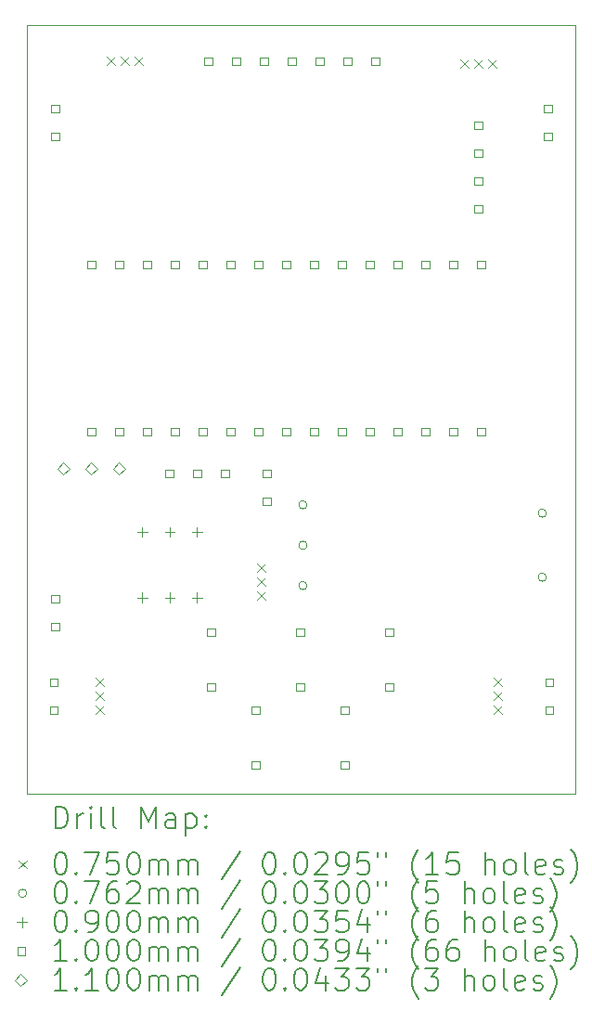
<source format=gbr>
%TF.GenerationSoftware,KiCad,Pcbnew,7.0.7*%
%TF.CreationDate,2025-03-26T10:17:01+05:30*%
%TF.ProjectId,VibAndHeat_Version1,56696241-6e64-4486-9561-745f56657273,rev?*%
%TF.SameCoordinates,Original*%
%TF.FileFunction,Drillmap*%
%TF.FilePolarity,Positive*%
%FSLAX45Y45*%
G04 Gerber Fmt 4.5, Leading zero omitted, Abs format (unit mm)*
G04 Created by KiCad (PCBNEW 7.0.7) date 2025-03-26 10:17:01*
%MOMM*%
%LPD*%
G01*
G04 APERTURE LIST*
%ADD10C,0.100000*%
%ADD11C,0.200000*%
%ADD12C,0.075000*%
%ADD13C,0.076200*%
%ADD14C,0.090000*%
%ADD15C,0.110000*%
G04 APERTURE END LIST*
D10*
X11455400Y-6375400D02*
X16459200Y-6375400D01*
X16459200Y-13385800D01*
X11455400Y-13385800D01*
X11455400Y-6375400D01*
D11*
D12*
X12078300Y-12332300D02*
X12153300Y-12407300D01*
X12153300Y-12332300D02*
X12078300Y-12407300D01*
X12078300Y-12459300D02*
X12153300Y-12534300D01*
X12153300Y-12459300D02*
X12078300Y-12534300D01*
X12078300Y-12586300D02*
X12153300Y-12661300D01*
X12153300Y-12586300D02*
X12078300Y-12661300D01*
X12179900Y-6668100D02*
X12254900Y-6743100D01*
X12254900Y-6668100D02*
X12179900Y-6743100D01*
X12306900Y-6668100D02*
X12381900Y-6743100D01*
X12381900Y-6668100D02*
X12306900Y-6743100D01*
X12433900Y-6668100D02*
X12508900Y-6743100D01*
X12508900Y-6668100D02*
X12433900Y-6743100D01*
X13551500Y-11290900D02*
X13626500Y-11365900D01*
X13626500Y-11290900D02*
X13551500Y-11365900D01*
X13551500Y-11417900D02*
X13626500Y-11492900D01*
X13626500Y-11417900D02*
X13551500Y-11492900D01*
X13551500Y-11544900D02*
X13626500Y-11619900D01*
X13626500Y-11544900D02*
X13551500Y-11619900D01*
X15405700Y-6693500D02*
X15480700Y-6768500D01*
X15480700Y-6693500D02*
X15405700Y-6768500D01*
X15532700Y-6693500D02*
X15607700Y-6768500D01*
X15607700Y-6693500D02*
X15532700Y-6768500D01*
X15659700Y-6693500D02*
X15734700Y-6768500D01*
X15734700Y-6693500D02*
X15659700Y-6768500D01*
X15710500Y-12332300D02*
X15785500Y-12407300D01*
X15785500Y-12332300D02*
X15710500Y-12407300D01*
X15710500Y-12459300D02*
X15785500Y-12534300D01*
X15785500Y-12459300D02*
X15710500Y-12534300D01*
X15710500Y-12586300D02*
X15785500Y-12661300D01*
X15785500Y-12586300D02*
X15710500Y-12661300D01*
D13*
X14008100Y-10752000D02*
G75*
G03*
X14008100Y-10752000I-38100J0D01*
G01*
X14008100Y-11120300D02*
G75*
G03*
X14008100Y-11120300I-38100J0D01*
G01*
X14008100Y-11488600D02*
G75*
G03*
X14008100Y-11488600I-38100J0D01*
G01*
X16192500Y-10828200D02*
G75*
G03*
X16192500Y-10828200I-38100J0D01*
G01*
X16192500Y-11412400D02*
G75*
G03*
X16192500Y-11412400I-38100J0D01*
G01*
D14*
X12504800Y-10953200D02*
X12504800Y-11043200D01*
X12459800Y-10998200D02*
X12549800Y-10998200D01*
X12504800Y-11553200D02*
X12504800Y-11643200D01*
X12459800Y-11598200D02*
X12549800Y-11598200D01*
X12754800Y-10953200D02*
X12754800Y-11043200D01*
X12709800Y-10998200D02*
X12799800Y-10998200D01*
X12754800Y-11553200D02*
X12754800Y-11643200D01*
X12709800Y-11598200D02*
X12799800Y-11598200D01*
X13004800Y-10953200D02*
X13004800Y-11043200D01*
X12959800Y-10998200D02*
X13049800Y-10998200D01*
X13004800Y-11553200D02*
X13004800Y-11643200D01*
X12959800Y-11598200D02*
X13049800Y-11598200D01*
D10*
X11729956Y-12405156D02*
X11729956Y-12334444D01*
X11659244Y-12334444D01*
X11659244Y-12405156D01*
X11729956Y-12405156D01*
X11729956Y-12659156D02*
X11729956Y-12588444D01*
X11659244Y-12588444D01*
X11659244Y-12659156D01*
X11729956Y-12659156D01*
X11744756Y-7172756D02*
X11744756Y-7102044D01*
X11674044Y-7102044D01*
X11674044Y-7172756D01*
X11744756Y-7172756D01*
X11744756Y-7426756D02*
X11744756Y-7356044D01*
X11674044Y-7356044D01*
X11674044Y-7426756D01*
X11744756Y-7426756D01*
X11744756Y-11643156D02*
X11744756Y-11572444D01*
X11674044Y-11572444D01*
X11674044Y-11643156D01*
X11744756Y-11643156D01*
X11744756Y-11897156D02*
X11744756Y-11826444D01*
X11674044Y-11826444D01*
X11674044Y-11897156D01*
X11744756Y-11897156D01*
X12074956Y-8595156D02*
X12074956Y-8524444D01*
X12004244Y-8524444D01*
X12004244Y-8595156D01*
X12074956Y-8595156D01*
X12074956Y-10119156D02*
X12074956Y-10048444D01*
X12004244Y-10048444D01*
X12004244Y-10119156D01*
X12074956Y-10119156D01*
X12328956Y-8595156D02*
X12328956Y-8524444D01*
X12258244Y-8524444D01*
X12258244Y-8595156D01*
X12328956Y-8595156D01*
X12328956Y-10119156D02*
X12328956Y-10048444D01*
X12258244Y-10048444D01*
X12258244Y-10119156D01*
X12328956Y-10119156D01*
X12582956Y-8595156D02*
X12582956Y-8524444D01*
X12512244Y-8524444D01*
X12512244Y-8595156D01*
X12582956Y-8595156D01*
X12582956Y-10119156D02*
X12582956Y-10048444D01*
X12512244Y-10048444D01*
X12512244Y-10119156D01*
X12582956Y-10119156D01*
X12786156Y-10500156D02*
X12786156Y-10429444D01*
X12715444Y-10429444D01*
X12715444Y-10500156D01*
X12786156Y-10500156D01*
X12836956Y-8595156D02*
X12836956Y-8524444D01*
X12766244Y-8524444D01*
X12766244Y-8595156D01*
X12836956Y-8595156D01*
X12836956Y-10119156D02*
X12836956Y-10048444D01*
X12766244Y-10048444D01*
X12766244Y-10119156D01*
X12836956Y-10119156D01*
X13040156Y-10500156D02*
X13040156Y-10429444D01*
X12969444Y-10429444D01*
X12969444Y-10500156D01*
X13040156Y-10500156D01*
X13090956Y-8595156D02*
X13090956Y-8524444D01*
X13020244Y-8524444D01*
X13020244Y-8595156D01*
X13090956Y-8595156D01*
X13090956Y-10119156D02*
X13090956Y-10048444D01*
X13020244Y-10048444D01*
X13020244Y-10119156D01*
X13090956Y-10119156D01*
X13142256Y-6740956D02*
X13142256Y-6670244D01*
X13071544Y-6670244D01*
X13071544Y-6740956D01*
X13142256Y-6740956D01*
X13167156Y-11947956D02*
X13167156Y-11877244D01*
X13096444Y-11877244D01*
X13096444Y-11947956D01*
X13167156Y-11947956D01*
X13167156Y-12447956D02*
X13167156Y-12377244D01*
X13096444Y-12377244D01*
X13096444Y-12447956D01*
X13167156Y-12447956D01*
X13294156Y-10500156D02*
X13294156Y-10429444D01*
X13223444Y-10429444D01*
X13223444Y-10500156D01*
X13294156Y-10500156D01*
X13344956Y-8595156D02*
X13344956Y-8524444D01*
X13274244Y-8524444D01*
X13274244Y-8595156D01*
X13344956Y-8595156D01*
X13344956Y-10119156D02*
X13344956Y-10048444D01*
X13274244Y-10048444D01*
X13274244Y-10119156D01*
X13344956Y-10119156D01*
X13396256Y-6740956D02*
X13396256Y-6670244D01*
X13325544Y-6670244D01*
X13325544Y-6740956D01*
X13396256Y-6740956D01*
X13573556Y-12659156D02*
X13573556Y-12588444D01*
X13502844Y-12588444D01*
X13502844Y-12659156D01*
X13573556Y-12659156D01*
X13573556Y-13159156D02*
X13573556Y-13088444D01*
X13502844Y-13088444D01*
X13502844Y-13159156D01*
X13573556Y-13159156D01*
X13598956Y-8595156D02*
X13598956Y-8524444D01*
X13528244Y-8524444D01*
X13528244Y-8595156D01*
X13598956Y-8595156D01*
X13598956Y-10119156D02*
X13598956Y-10048444D01*
X13528244Y-10048444D01*
X13528244Y-10119156D01*
X13598956Y-10119156D01*
X13650256Y-6740956D02*
X13650256Y-6670244D01*
X13579544Y-6670244D01*
X13579544Y-6740956D01*
X13650256Y-6740956D01*
X13675156Y-10500656D02*
X13675156Y-10429944D01*
X13604444Y-10429944D01*
X13604444Y-10500656D01*
X13675156Y-10500656D01*
X13675156Y-10754656D02*
X13675156Y-10683944D01*
X13604444Y-10683944D01*
X13604444Y-10754656D01*
X13675156Y-10754656D01*
X13852956Y-8595156D02*
X13852956Y-8524444D01*
X13782244Y-8524444D01*
X13782244Y-8595156D01*
X13852956Y-8595156D01*
X13852956Y-10119156D02*
X13852956Y-10048444D01*
X13782244Y-10048444D01*
X13782244Y-10119156D01*
X13852956Y-10119156D01*
X13904256Y-6740956D02*
X13904256Y-6670244D01*
X13833544Y-6670244D01*
X13833544Y-6740956D01*
X13904256Y-6740956D01*
X13979956Y-11947956D02*
X13979956Y-11877244D01*
X13909244Y-11877244D01*
X13909244Y-11947956D01*
X13979956Y-11947956D01*
X13979956Y-12447956D02*
X13979956Y-12377244D01*
X13909244Y-12377244D01*
X13909244Y-12447956D01*
X13979956Y-12447956D01*
X14106956Y-8595156D02*
X14106956Y-8524444D01*
X14036244Y-8524444D01*
X14036244Y-8595156D01*
X14106956Y-8595156D01*
X14106956Y-10119156D02*
X14106956Y-10048444D01*
X14036244Y-10048444D01*
X14036244Y-10119156D01*
X14106956Y-10119156D01*
X14158256Y-6740956D02*
X14158256Y-6670244D01*
X14087544Y-6670244D01*
X14087544Y-6740956D01*
X14158256Y-6740956D01*
X14360956Y-8595156D02*
X14360956Y-8524444D01*
X14290244Y-8524444D01*
X14290244Y-8595156D01*
X14360956Y-8595156D01*
X14360956Y-10119156D02*
X14360956Y-10048444D01*
X14290244Y-10048444D01*
X14290244Y-10119156D01*
X14360956Y-10119156D01*
X14386356Y-12659156D02*
X14386356Y-12588444D01*
X14315644Y-12588444D01*
X14315644Y-12659156D01*
X14386356Y-12659156D01*
X14386356Y-13159156D02*
X14386356Y-13088444D01*
X14315644Y-13088444D01*
X14315644Y-13159156D01*
X14386356Y-13159156D01*
X14412256Y-6740956D02*
X14412256Y-6670244D01*
X14341544Y-6670244D01*
X14341544Y-6740956D01*
X14412256Y-6740956D01*
X14614956Y-8595156D02*
X14614956Y-8524444D01*
X14544244Y-8524444D01*
X14544244Y-8595156D01*
X14614956Y-8595156D01*
X14614956Y-10119156D02*
X14614956Y-10048444D01*
X14544244Y-10048444D01*
X14544244Y-10119156D01*
X14614956Y-10119156D01*
X14666256Y-6740956D02*
X14666256Y-6670244D01*
X14595544Y-6670244D01*
X14595544Y-6740956D01*
X14666256Y-6740956D01*
X14792756Y-11947956D02*
X14792756Y-11877244D01*
X14722044Y-11877244D01*
X14722044Y-11947956D01*
X14792756Y-11947956D01*
X14792756Y-12447956D02*
X14792756Y-12377244D01*
X14722044Y-12377244D01*
X14722044Y-12447956D01*
X14792756Y-12447956D01*
X14868956Y-8595156D02*
X14868956Y-8524444D01*
X14798244Y-8524444D01*
X14798244Y-8595156D01*
X14868956Y-8595156D01*
X14868956Y-10119156D02*
X14868956Y-10048444D01*
X14798244Y-10048444D01*
X14798244Y-10119156D01*
X14868956Y-10119156D01*
X15122956Y-8595156D02*
X15122956Y-8524444D01*
X15052244Y-8524444D01*
X15052244Y-8595156D01*
X15122956Y-8595156D01*
X15122956Y-10119156D02*
X15122956Y-10048444D01*
X15052244Y-10048444D01*
X15052244Y-10119156D01*
X15122956Y-10119156D01*
X15376956Y-8595156D02*
X15376956Y-8524444D01*
X15306244Y-8524444D01*
X15306244Y-8595156D01*
X15376956Y-8595156D01*
X15376956Y-10119156D02*
X15376956Y-10048444D01*
X15306244Y-10048444D01*
X15306244Y-10119156D01*
X15376956Y-10119156D01*
X15605556Y-7325156D02*
X15605556Y-7254444D01*
X15534844Y-7254444D01*
X15534844Y-7325156D01*
X15605556Y-7325156D01*
X15605556Y-7579156D02*
X15605556Y-7508444D01*
X15534844Y-7508444D01*
X15534844Y-7579156D01*
X15605556Y-7579156D01*
X15605556Y-7833156D02*
X15605556Y-7762444D01*
X15534844Y-7762444D01*
X15534844Y-7833156D01*
X15605556Y-7833156D01*
X15605556Y-8087156D02*
X15605556Y-8016444D01*
X15534844Y-8016444D01*
X15534844Y-8087156D01*
X15605556Y-8087156D01*
X15630956Y-8595156D02*
X15630956Y-8524444D01*
X15560244Y-8524444D01*
X15560244Y-8595156D01*
X15630956Y-8595156D01*
X15630956Y-10119156D02*
X15630956Y-10048444D01*
X15560244Y-10048444D01*
X15560244Y-10119156D01*
X15630956Y-10119156D01*
X16240556Y-7172756D02*
X16240556Y-7102044D01*
X16169844Y-7102044D01*
X16169844Y-7172756D01*
X16240556Y-7172756D01*
X16240556Y-7426756D02*
X16240556Y-7356044D01*
X16169844Y-7356044D01*
X16169844Y-7426756D01*
X16240556Y-7426756D01*
X16251156Y-12405156D02*
X16251156Y-12334444D01*
X16180444Y-12334444D01*
X16180444Y-12405156D01*
X16251156Y-12405156D01*
X16251156Y-12659156D02*
X16251156Y-12588444D01*
X16180444Y-12588444D01*
X16180444Y-12659156D01*
X16251156Y-12659156D01*
D15*
X11785600Y-10476100D02*
X11840600Y-10421100D01*
X11785600Y-10366100D01*
X11730600Y-10421100D01*
X11785600Y-10476100D01*
X12039600Y-10476100D02*
X12094600Y-10421100D01*
X12039600Y-10366100D01*
X11984600Y-10421100D01*
X12039600Y-10476100D01*
X12293600Y-10476100D02*
X12348600Y-10421100D01*
X12293600Y-10366100D01*
X12238600Y-10421100D01*
X12293600Y-10476100D01*
D11*
X11711177Y-13702284D02*
X11711177Y-13502284D01*
X11711177Y-13502284D02*
X11758796Y-13502284D01*
X11758796Y-13502284D02*
X11787367Y-13511808D01*
X11787367Y-13511808D02*
X11806415Y-13530855D01*
X11806415Y-13530855D02*
X11815939Y-13549903D01*
X11815939Y-13549903D02*
X11825462Y-13587998D01*
X11825462Y-13587998D02*
X11825462Y-13616569D01*
X11825462Y-13616569D02*
X11815939Y-13654665D01*
X11815939Y-13654665D02*
X11806415Y-13673712D01*
X11806415Y-13673712D02*
X11787367Y-13692760D01*
X11787367Y-13692760D02*
X11758796Y-13702284D01*
X11758796Y-13702284D02*
X11711177Y-13702284D01*
X11911177Y-13702284D02*
X11911177Y-13568950D01*
X11911177Y-13607046D02*
X11920701Y-13587998D01*
X11920701Y-13587998D02*
X11930224Y-13578474D01*
X11930224Y-13578474D02*
X11949272Y-13568950D01*
X11949272Y-13568950D02*
X11968320Y-13568950D01*
X12034986Y-13702284D02*
X12034986Y-13568950D01*
X12034986Y-13502284D02*
X12025462Y-13511808D01*
X12025462Y-13511808D02*
X12034986Y-13521331D01*
X12034986Y-13521331D02*
X12044510Y-13511808D01*
X12044510Y-13511808D02*
X12034986Y-13502284D01*
X12034986Y-13502284D02*
X12034986Y-13521331D01*
X12158796Y-13702284D02*
X12139748Y-13692760D01*
X12139748Y-13692760D02*
X12130224Y-13673712D01*
X12130224Y-13673712D02*
X12130224Y-13502284D01*
X12263558Y-13702284D02*
X12244510Y-13692760D01*
X12244510Y-13692760D02*
X12234986Y-13673712D01*
X12234986Y-13673712D02*
X12234986Y-13502284D01*
X12492129Y-13702284D02*
X12492129Y-13502284D01*
X12492129Y-13502284D02*
X12558796Y-13645141D01*
X12558796Y-13645141D02*
X12625462Y-13502284D01*
X12625462Y-13502284D02*
X12625462Y-13702284D01*
X12806415Y-13702284D02*
X12806415Y-13597522D01*
X12806415Y-13597522D02*
X12796891Y-13578474D01*
X12796891Y-13578474D02*
X12777843Y-13568950D01*
X12777843Y-13568950D02*
X12739748Y-13568950D01*
X12739748Y-13568950D02*
X12720701Y-13578474D01*
X12806415Y-13692760D02*
X12787367Y-13702284D01*
X12787367Y-13702284D02*
X12739748Y-13702284D01*
X12739748Y-13702284D02*
X12720701Y-13692760D01*
X12720701Y-13692760D02*
X12711177Y-13673712D01*
X12711177Y-13673712D02*
X12711177Y-13654665D01*
X12711177Y-13654665D02*
X12720701Y-13635617D01*
X12720701Y-13635617D02*
X12739748Y-13626093D01*
X12739748Y-13626093D02*
X12787367Y-13626093D01*
X12787367Y-13626093D02*
X12806415Y-13616569D01*
X12901653Y-13568950D02*
X12901653Y-13768950D01*
X12901653Y-13578474D02*
X12920701Y-13568950D01*
X12920701Y-13568950D02*
X12958796Y-13568950D01*
X12958796Y-13568950D02*
X12977843Y-13578474D01*
X12977843Y-13578474D02*
X12987367Y-13587998D01*
X12987367Y-13587998D02*
X12996891Y-13607046D01*
X12996891Y-13607046D02*
X12996891Y-13664188D01*
X12996891Y-13664188D02*
X12987367Y-13683236D01*
X12987367Y-13683236D02*
X12977843Y-13692760D01*
X12977843Y-13692760D02*
X12958796Y-13702284D01*
X12958796Y-13702284D02*
X12920701Y-13702284D01*
X12920701Y-13702284D02*
X12901653Y-13692760D01*
X13082605Y-13683236D02*
X13092129Y-13692760D01*
X13092129Y-13692760D02*
X13082605Y-13702284D01*
X13082605Y-13702284D02*
X13073082Y-13692760D01*
X13073082Y-13692760D02*
X13082605Y-13683236D01*
X13082605Y-13683236D02*
X13082605Y-13702284D01*
X13082605Y-13578474D02*
X13092129Y-13587998D01*
X13092129Y-13587998D02*
X13082605Y-13597522D01*
X13082605Y-13597522D02*
X13073082Y-13587998D01*
X13073082Y-13587998D02*
X13082605Y-13578474D01*
X13082605Y-13578474D02*
X13082605Y-13597522D01*
D12*
X11375400Y-13993300D02*
X11450400Y-14068300D01*
X11450400Y-13993300D02*
X11375400Y-14068300D01*
D11*
X11749272Y-13922284D02*
X11768320Y-13922284D01*
X11768320Y-13922284D02*
X11787367Y-13931808D01*
X11787367Y-13931808D02*
X11796891Y-13941331D01*
X11796891Y-13941331D02*
X11806415Y-13960379D01*
X11806415Y-13960379D02*
X11815939Y-13998474D01*
X11815939Y-13998474D02*
X11815939Y-14046093D01*
X11815939Y-14046093D02*
X11806415Y-14084188D01*
X11806415Y-14084188D02*
X11796891Y-14103236D01*
X11796891Y-14103236D02*
X11787367Y-14112760D01*
X11787367Y-14112760D02*
X11768320Y-14122284D01*
X11768320Y-14122284D02*
X11749272Y-14122284D01*
X11749272Y-14122284D02*
X11730224Y-14112760D01*
X11730224Y-14112760D02*
X11720701Y-14103236D01*
X11720701Y-14103236D02*
X11711177Y-14084188D01*
X11711177Y-14084188D02*
X11701653Y-14046093D01*
X11701653Y-14046093D02*
X11701653Y-13998474D01*
X11701653Y-13998474D02*
X11711177Y-13960379D01*
X11711177Y-13960379D02*
X11720701Y-13941331D01*
X11720701Y-13941331D02*
X11730224Y-13931808D01*
X11730224Y-13931808D02*
X11749272Y-13922284D01*
X11901653Y-14103236D02*
X11911177Y-14112760D01*
X11911177Y-14112760D02*
X11901653Y-14122284D01*
X11901653Y-14122284D02*
X11892129Y-14112760D01*
X11892129Y-14112760D02*
X11901653Y-14103236D01*
X11901653Y-14103236D02*
X11901653Y-14122284D01*
X11977843Y-13922284D02*
X12111177Y-13922284D01*
X12111177Y-13922284D02*
X12025462Y-14122284D01*
X12282605Y-13922284D02*
X12187367Y-13922284D01*
X12187367Y-13922284D02*
X12177843Y-14017522D01*
X12177843Y-14017522D02*
X12187367Y-14007998D01*
X12187367Y-14007998D02*
X12206415Y-13998474D01*
X12206415Y-13998474D02*
X12254034Y-13998474D01*
X12254034Y-13998474D02*
X12273082Y-14007998D01*
X12273082Y-14007998D02*
X12282605Y-14017522D01*
X12282605Y-14017522D02*
X12292129Y-14036569D01*
X12292129Y-14036569D02*
X12292129Y-14084188D01*
X12292129Y-14084188D02*
X12282605Y-14103236D01*
X12282605Y-14103236D02*
X12273082Y-14112760D01*
X12273082Y-14112760D02*
X12254034Y-14122284D01*
X12254034Y-14122284D02*
X12206415Y-14122284D01*
X12206415Y-14122284D02*
X12187367Y-14112760D01*
X12187367Y-14112760D02*
X12177843Y-14103236D01*
X12415939Y-13922284D02*
X12434986Y-13922284D01*
X12434986Y-13922284D02*
X12454034Y-13931808D01*
X12454034Y-13931808D02*
X12463558Y-13941331D01*
X12463558Y-13941331D02*
X12473082Y-13960379D01*
X12473082Y-13960379D02*
X12482605Y-13998474D01*
X12482605Y-13998474D02*
X12482605Y-14046093D01*
X12482605Y-14046093D02*
X12473082Y-14084188D01*
X12473082Y-14084188D02*
X12463558Y-14103236D01*
X12463558Y-14103236D02*
X12454034Y-14112760D01*
X12454034Y-14112760D02*
X12434986Y-14122284D01*
X12434986Y-14122284D02*
X12415939Y-14122284D01*
X12415939Y-14122284D02*
X12396891Y-14112760D01*
X12396891Y-14112760D02*
X12387367Y-14103236D01*
X12387367Y-14103236D02*
X12377843Y-14084188D01*
X12377843Y-14084188D02*
X12368320Y-14046093D01*
X12368320Y-14046093D02*
X12368320Y-13998474D01*
X12368320Y-13998474D02*
X12377843Y-13960379D01*
X12377843Y-13960379D02*
X12387367Y-13941331D01*
X12387367Y-13941331D02*
X12396891Y-13931808D01*
X12396891Y-13931808D02*
X12415939Y-13922284D01*
X12568320Y-14122284D02*
X12568320Y-13988950D01*
X12568320Y-14007998D02*
X12577843Y-13998474D01*
X12577843Y-13998474D02*
X12596891Y-13988950D01*
X12596891Y-13988950D02*
X12625463Y-13988950D01*
X12625463Y-13988950D02*
X12644510Y-13998474D01*
X12644510Y-13998474D02*
X12654034Y-14017522D01*
X12654034Y-14017522D02*
X12654034Y-14122284D01*
X12654034Y-14017522D02*
X12663558Y-13998474D01*
X12663558Y-13998474D02*
X12682605Y-13988950D01*
X12682605Y-13988950D02*
X12711177Y-13988950D01*
X12711177Y-13988950D02*
X12730224Y-13998474D01*
X12730224Y-13998474D02*
X12739748Y-14017522D01*
X12739748Y-14017522D02*
X12739748Y-14122284D01*
X12834986Y-14122284D02*
X12834986Y-13988950D01*
X12834986Y-14007998D02*
X12844510Y-13998474D01*
X12844510Y-13998474D02*
X12863558Y-13988950D01*
X12863558Y-13988950D02*
X12892129Y-13988950D01*
X12892129Y-13988950D02*
X12911177Y-13998474D01*
X12911177Y-13998474D02*
X12920701Y-14017522D01*
X12920701Y-14017522D02*
X12920701Y-14122284D01*
X12920701Y-14017522D02*
X12930224Y-13998474D01*
X12930224Y-13998474D02*
X12949272Y-13988950D01*
X12949272Y-13988950D02*
X12977843Y-13988950D01*
X12977843Y-13988950D02*
X12996891Y-13998474D01*
X12996891Y-13998474D02*
X13006415Y-14017522D01*
X13006415Y-14017522D02*
X13006415Y-14122284D01*
X13396891Y-13912760D02*
X13225463Y-14169903D01*
X13654034Y-13922284D02*
X13673082Y-13922284D01*
X13673082Y-13922284D02*
X13692129Y-13931808D01*
X13692129Y-13931808D02*
X13701653Y-13941331D01*
X13701653Y-13941331D02*
X13711177Y-13960379D01*
X13711177Y-13960379D02*
X13720701Y-13998474D01*
X13720701Y-13998474D02*
X13720701Y-14046093D01*
X13720701Y-14046093D02*
X13711177Y-14084188D01*
X13711177Y-14084188D02*
X13701653Y-14103236D01*
X13701653Y-14103236D02*
X13692129Y-14112760D01*
X13692129Y-14112760D02*
X13673082Y-14122284D01*
X13673082Y-14122284D02*
X13654034Y-14122284D01*
X13654034Y-14122284D02*
X13634986Y-14112760D01*
X13634986Y-14112760D02*
X13625463Y-14103236D01*
X13625463Y-14103236D02*
X13615939Y-14084188D01*
X13615939Y-14084188D02*
X13606415Y-14046093D01*
X13606415Y-14046093D02*
X13606415Y-13998474D01*
X13606415Y-13998474D02*
X13615939Y-13960379D01*
X13615939Y-13960379D02*
X13625463Y-13941331D01*
X13625463Y-13941331D02*
X13634986Y-13931808D01*
X13634986Y-13931808D02*
X13654034Y-13922284D01*
X13806415Y-14103236D02*
X13815939Y-14112760D01*
X13815939Y-14112760D02*
X13806415Y-14122284D01*
X13806415Y-14122284D02*
X13796891Y-14112760D01*
X13796891Y-14112760D02*
X13806415Y-14103236D01*
X13806415Y-14103236D02*
X13806415Y-14122284D01*
X13939748Y-13922284D02*
X13958796Y-13922284D01*
X13958796Y-13922284D02*
X13977844Y-13931808D01*
X13977844Y-13931808D02*
X13987367Y-13941331D01*
X13987367Y-13941331D02*
X13996891Y-13960379D01*
X13996891Y-13960379D02*
X14006415Y-13998474D01*
X14006415Y-13998474D02*
X14006415Y-14046093D01*
X14006415Y-14046093D02*
X13996891Y-14084188D01*
X13996891Y-14084188D02*
X13987367Y-14103236D01*
X13987367Y-14103236D02*
X13977844Y-14112760D01*
X13977844Y-14112760D02*
X13958796Y-14122284D01*
X13958796Y-14122284D02*
X13939748Y-14122284D01*
X13939748Y-14122284D02*
X13920701Y-14112760D01*
X13920701Y-14112760D02*
X13911177Y-14103236D01*
X13911177Y-14103236D02*
X13901653Y-14084188D01*
X13901653Y-14084188D02*
X13892129Y-14046093D01*
X13892129Y-14046093D02*
X13892129Y-13998474D01*
X13892129Y-13998474D02*
X13901653Y-13960379D01*
X13901653Y-13960379D02*
X13911177Y-13941331D01*
X13911177Y-13941331D02*
X13920701Y-13931808D01*
X13920701Y-13931808D02*
X13939748Y-13922284D01*
X14082606Y-13941331D02*
X14092129Y-13931808D01*
X14092129Y-13931808D02*
X14111177Y-13922284D01*
X14111177Y-13922284D02*
X14158796Y-13922284D01*
X14158796Y-13922284D02*
X14177844Y-13931808D01*
X14177844Y-13931808D02*
X14187367Y-13941331D01*
X14187367Y-13941331D02*
X14196891Y-13960379D01*
X14196891Y-13960379D02*
X14196891Y-13979427D01*
X14196891Y-13979427D02*
X14187367Y-14007998D01*
X14187367Y-14007998D02*
X14073082Y-14122284D01*
X14073082Y-14122284D02*
X14196891Y-14122284D01*
X14292129Y-14122284D02*
X14330225Y-14122284D01*
X14330225Y-14122284D02*
X14349272Y-14112760D01*
X14349272Y-14112760D02*
X14358796Y-14103236D01*
X14358796Y-14103236D02*
X14377844Y-14074665D01*
X14377844Y-14074665D02*
X14387367Y-14036569D01*
X14387367Y-14036569D02*
X14387367Y-13960379D01*
X14387367Y-13960379D02*
X14377844Y-13941331D01*
X14377844Y-13941331D02*
X14368320Y-13931808D01*
X14368320Y-13931808D02*
X14349272Y-13922284D01*
X14349272Y-13922284D02*
X14311177Y-13922284D01*
X14311177Y-13922284D02*
X14292129Y-13931808D01*
X14292129Y-13931808D02*
X14282606Y-13941331D01*
X14282606Y-13941331D02*
X14273082Y-13960379D01*
X14273082Y-13960379D02*
X14273082Y-14007998D01*
X14273082Y-14007998D02*
X14282606Y-14027046D01*
X14282606Y-14027046D02*
X14292129Y-14036569D01*
X14292129Y-14036569D02*
X14311177Y-14046093D01*
X14311177Y-14046093D02*
X14349272Y-14046093D01*
X14349272Y-14046093D02*
X14368320Y-14036569D01*
X14368320Y-14036569D02*
X14377844Y-14027046D01*
X14377844Y-14027046D02*
X14387367Y-14007998D01*
X14568320Y-13922284D02*
X14473082Y-13922284D01*
X14473082Y-13922284D02*
X14463558Y-14017522D01*
X14463558Y-14017522D02*
X14473082Y-14007998D01*
X14473082Y-14007998D02*
X14492129Y-13998474D01*
X14492129Y-13998474D02*
X14539748Y-13998474D01*
X14539748Y-13998474D02*
X14558796Y-14007998D01*
X14558796Y-14007998D02*
X14568320Y-14017522D01*
X14568320Y-14017522D02*
X14577844Y-14036569D01*
X14577844Y-14036569D02*
X14577844Y-14084188D01*
X14577844Y-14084188D02*
X14568320Y-14103236D01*
X14568320Y-14103236D02*
X14558796Y-14112760D01*
X14558796Y-14112760D02*
X14539748Y-14122284D01*
X14539748Y-14122284D02*
X14492129Y-14122284D01*
X14492129Y-14122284D02*
X14473082Y-14112760D01*
X14473082Y-14112760D02*
X14463558Y-14103236D01*
X14654034Y-13922284D02*
X14654034Y-13960379D01*
X14730225Y-13922284D02*
X14730225Y-13960379D01*
X15025463Y-14198474D02*
X15015939Y-14188950D01*
X15015939Y-14188950D02*
X14996891Y-14160379D01*
X14996891Y-14160379D02*
X14987368Y-14141331D01*
X14987368Y-14141331D02*
X14977844Y-14112760D01*
X14977844Y-14112760D02*
X14968320Y-14065141D01*
X14968320Y-14065141D02*
X14968320Y-14027046D01*
X14968320Y-14027046D02*
X14977844Y-13979427D01*
X14977844Y-13979427D02*
X14987368Y-13950855D01*
X14987368Y-13950855D02*
X14996891Y-13931808D01*
X14996891Y-13931808D02*
X15015939Y-13903236D01*
X15015939Y-13903236D02*
X15025463Y-13893712D01*
X15206415Y-14122284D02*
X15092129Y-14122284D01*
X15149272Y-14122284D02*
X15149272Y-13922284D01*
X15149272Y-13922284D02*
X15130225Y-13950855D01*
X15130225Y-13950855D02*
X15111177Y-13969903D01*
X15111177Y-13969903D02*
X15092129Y-13979427D01*
X15387368Y-13922284D02*
X15292129Y-13922284D01*
X15292129Y-13922284D02*
X15282606Y-14017522D01*
X15282606Y-14017522D02*
X15292129Y-14007998D01*
X15292129Y-14007998D02*
X15311177Y-13998474D01*
X15311177Y-13998474D02*
X15358796Y-13998474D01*
X15358796Y-13998474D02*
X15377844Y-14007998D01*
X15377844Y-14007998D02*
X15387368Y-14017522D01*
X15387368Y-14017522D02*
X15396891Y-14036569D01*
X15396891Y-14036569D02*
X15396891Y-14084188D01*
X15396891Y-14084188D02*
X15387368Y-14103236D01*
X15387368Y-14103236D02*
X15377844Y-14112760D01*
X15377844Y-14112760D02*
X15358796Y-14122284D01*
X15358796Y-14122284D02*
X15311177Y-14122284D01*
X15311177Y-14122284D02*
X15292129Y-14112760D01*
X15292129Y-14112760D02*
X15282606Y-14103236D01*
X15634987Y-14122284D02*
X15634987Y-13922284D01*
X15720701Y-14122284D02*
X15720701Y-14017522D01*
X15720701Y-14017522D02*
X15711177Y-13998474D01*
X15711177Y-13998474D02*
X15692130Y-13988950D01*
X15692130Y-13988950D02*
X15663558Y-13988950D01*
X15663558Y-13988950D02*
X15644510Y-13998474D01*
X15644510Y-13998474D02*
X15634987Y-14007998D01*
X15844510Y-14122284D02*
X15825463Y-14112760D01*
X15825463Y-14112760D02*
X15815939Y-14103236D01*
X15815939Y-14103236D02*
X15806415Y-14084188D01*
X15806415Y-14084188D02*
X15806415Y-14027046D01*
X15806415Y-14027046D02*
X15815939Y-14007998D01*
X15815939Y-14007998D02*
X15825463Y-13998474D01*
X15825463Y-13998474D02*
X15844510Y-13988950D01*
X15844510Y-13988950D02*
X15873082Y-13988950D01*
X15873082Y-13988950D02*
X15892130Y-13998474D01*
X15892130Y-13998474D02*
X15901653Y-14007998D01*
X15901653Y-14007998D02*
X15911177Y-14027046D01*
X15911177Y-14027046D02*
X15911177Y-14084188D01*
X15911177Y-14084188D02*
X15901653Y-14103236D01*
X15901653Y-14103236D02*
X15892130Y-14112760D01*
X15892130Y-14112760D02*
X15873082Y-14122284D01*
X15873082Y-14122284D02*
X15844510Y-14122284D01*
X16025463Y-14122284D02*
X16006415Y-14112760D01*
X16006415Y-14112760D02*
X15996891Y-14093712D01*
X15996891Y-14093712D02*
X15996891Y-13922284D01*
X16177844Y-14112760D02*
X16158796Y-14122284D01*
X16158796Y-14122284D02*
X16120701Y-14122284D01*
X16120701Y-14122284D02*
X16101653Y-14112760D01*
X16101653Y-14112760D02*
X16092130Y-14093712D01*
X16092130Y-14093712D02*
X16092130Y-14017522D01*
X16092130Y-14017522D02*
X16101653Y-13998474D01*
X16101653Y-13998474D02*
X16120701Y-13988950D01*
X16120701Y-13988950D02*
X16158796Y-13988950D01*
X16158796Y-13988950D02*
X16177844Y-13998474D01*
X16177844Y-13998474D02*
X16187368Y-14017522D01*
X16187368Y-14017522D02*
X16187368Y-14036569D01*
X16187368Y-14036569D02*
X16092130Y-14055617D01*
X16263558Y-14112760D02*
X16282606Y-14122284D01*
X16282606Y-14122284D02*
X16320701Y-14122284D01*
X16320701Y-14122284D02*
X16339749Y-14112760D01*
X16339749Y-14112760D02*
X16349272Y-14093712D01*
X16349272Y-14093712D02*
X16349272Y-14084188D01*
X16349272Y-14084188D02*
X16339749Y-14065141D01*
X16339749Y-14065141D02*
X16320701Y-14055617D01*
X16320701Y-14055617D02*
X16292130Y-14055617D01*
X16292130Y-14055617D02*
X16273082Y-14046093D01*
X16273082Y-14046093D02*
X16263558Y-14027046D01*
X16263558Y-14027046D02*
X16263558Y-14017522D01*
X16263558Y-14017522D02*
X16273082Y-13998474D01*
X16273082Y-13998474D02*
X16292130Y-13988950D01*
X16292130Y-13988950D02*
X16320701Y-13988950D01*
X16320701Y-13988950D02*
X16339749Y-13998474D01*
X16415939Y-14198474D02*
X16425463Y-14188950D01*
X16425463Y-14188950D02*
X16444511Y-14160379D01*
X16444511Y-14160379D02*
X16454034Y-14141331D01*
X16454034Y-14141331D02*
X16463558Y-14112760D01*
X16463558Y-14112760D02*
X16473082Y-14065141D01*
X16473082Y-14065141D02*
X16473082Y-14027046D01*
X16473082Y-14027046D02*
X16463558Y-13979427D01*
X16463558Y-13979427D02*
X16454034Y-13950855D01*
X16454034Y-13950855D02*
X16444511Y-13931808D01*
X16444511Y-13931808D02*
X16425463Y-13903236D01*
X16425463Y-13903236D02*
X16415939Y-13893712D01*
D13*
X11450400Y-14294800D02*
G75*
G03*
X11450400Y-14294800I-38100J0D01*
G01*
D11*
X11749272Y-14186284D02*
X11768320Y-14186284D01*
X11768320Y-14186284D02*
X11787367Y-14195808D01*
X11787367Y-14195808D02*
X11796891Y-14205331D01*
X11796891Y-14205331D02*
X11806415Y-14224379D01*
X11806415Y-14224379D02*
X11815939Y-14262474D01*
X11815939Y-14262474D02*
X11815939Y-14310093D01*
X11815939Y-14310093D02*
X11806415Y-14348188D01*
X11806415Y-14348188D02*
X11796891Y-14367236D01*
X11796891Y-14367236D02*
X11787367Y-14376760D01*
X11787367Y-14376760D02*
X11768320Y-14386284D01*
X11768320Y-14386284D02*
X11749272Y-14386284D01*
X11749272Y-14386284D02*
X11730224Y-14376760D01*
X11730224Y-14376760D02*
X11720701Y-14367236D01*
X11720701Y-14367236D02*
X11711177Y-14348188D01*
X11711177Y-14348188D02*
X11701653Y-14310093D01*
X11701653Y-14310093D02*
X11701653Y-14262474D01*
X11701653Y-14262474D02*
X11711177Y-14224379D01*
X11711177Y-14224379D02*
X11720701Y-14205331D01*
X11720701Y-14205331D02*
X11730224Y-14195808D01*
X11730224Y-14195808D02*
X11749272Y-14186284D01*
X11901653Y-14367236D02*
X11911177Y-14376760D01*
X11911177Y-14376760D02*
X11901653Y-14386284D01*
X11901653Y-14386284D02*
X11892129Y-14376760D01*
X11892129Y-14376760D02*
X11901653Y-14367236D01*
X11901653Y-14367236D02*
X11901653Y-14386284D01*
X11977843Y-14186284D02*
X12111177Y-14186284D01*
X12111177Y-14186284D02*
X12025462Y-14386284D01*
X12273082Y-14186284D02*
X12234986Y-14186284D01*
X12234986Y-14186284D02*
X12215939Y-14195808D01*
X12215939Y-14195808D02*
X12206415Y-14205331D01*
X12206415Y-14205331D02*
X12187367Y-14233903D01*
X12187367Y-14233903D02*
X12177843Y-14271998D01*
X12177843Y-14271998D02*
X12177843Y-14348188D01*
X12177843Y-14348188D02*
X12187367Y-14367236D01*
X12187367Y-14367236D02*
X12196891Y-14376760D01*
X12196891Y-14376760D02*
X12215939Y-14386284D01*
X12215939Y-14386284D02*
X12254034Y-14386284D01*
X12254034Y-14386284D02*
X12273082Y-14376760D01*
X12273082Y-14376760D02*
X12282605Y-14367236D01*
X12282605Y-14367236D02*
X12292129Y-14348188D01*
X12292129Y-14348188D02*
X12292129Y-14300569D01*
X12292129Y-14300569D02*
X12282605Y-14281522D01*
X12282605Y-14281522D02*
X12273082Y-14271998D01*
X12273082Y-14271998D02*
X12254034Y-14262474D01*
X12254034Y-14262474D02*
X12215939Y-14262474D01*
X12215939Y-14262474D02*
X12196891Y-14271998D01*
X12196891Y-14271998D02*
X12187367Y-14281522D01*
X12187367Y-14281522D02*
X12177843Y-14300569D01*
X12368320Y-14205331D02*
X12377843Y-14195808D01*
X12377843Y-14195808D02*
X12396891Y-14186284D01*
X12396891Y-14186284D02*
X12444510Y-14186284D01*
X12444510Y-14186284D02*
X12463558Y-14195808D01*
X12463558Y-14195808D02*
X12473082Y-14205331D01*
X12473082Y-14205331D02*
X12482605Y-14224379D01*
X12482605Y-14224379D02*
X12482605Y-14243427D01*
X12482605Y-14243427D02*
X12473082Y-14271998D01*
X12473082Y-14271998D02*
X12358796Y-14386284D01*
X12358796Y-14386284D02*
X12482605Y-14386284D01*
X12568320Y-14386284D02*
X12568320Y-14252950D01*
X12568320Y-14271998D02*
X12577843Y-14262474D01*
X12577843Y-14262474D02*
X12596891Y-14252950D01*
X12596891Y-14252950D02*
X12625463Y-14252950D01*
X12625463Y-14252950D02*
X12644510Y-14262474D01*
X12644510Y-14262474D02*
X12654034Y-14281522D01*
X12654034Y-14281522D02*
X12654034Y-14386284D01*
X12654034Y-14281522D02*
X12663558Y-14262474D01*
X12663558Y-14262474D02*
X12682605Y-14252950D01*
X12682605Y-14252950D02*
X12711177Y-14252950D01*
X12711177Y-14252950D02*
X12730224Y-14262474D01*
X12730224Y-14262474D02*
X12739748Y-14281522D01*
X12739748Y-14281522D02*
X12739748Y-14386284D01*
X12834986Y-14386284D02*
X12834986Y-14252950D01*
X12834986Y-14271998D02*
X12844510Y-14262474D01*
X12844510Y-14262474D02*
X12863558Y-14252950D01*
X12863558Y-14252950D02*
X12892129Y-14252950D01*
X12892129Y-14252950D02*
X12911177Y-14262474D01*
X12911177Y-14262474D02*
X12920701Y-14281522D01*
X12920701Y-14281522D02*
X12920701Y-14386284D01*
X12920701Y-14281522D02*
X12930224Y-14262474D01*
X12930224Y-14262474D02*
X12949272Y-14252950D01*
X12949272Y-14252950D02*
X12977843Y-14252950D01*
X12977843Y-14252950D02*
X12996891Y-14262474D01*
X12996891Y-14262474D02*
X13006415Y-14281522D01*
X13006415Y-14281522D02*
X13006415Y-14386284D01*
X13396891Y-14176760D02*
X13225463Y-14433903D01*
X13654034Y-14186284D02*
X13673082Y-14186284D01*
X13673082Y-14186284D02*
X13692129Y-14195808D01*
X13692129Y-14195808D02*
X13701653Y-14205331D01*
X13701653Y-14205331D02*
X13711177Y-14224379D01*
X13711177Y-14224379D02*
X13720701Y-14262474D01*
X13720701Y-14262474D02*
X13720701Y-14310093D01*
X13720701Y-14310093D02*
X13711177Y-14348188D01*
X13711177Y-14348188D02*
X13701653Y-14367236D01*
X13701653Y-14367236D02*
X13692129Y-14376760D01*
X13692129Y-14376760D02*
X13673082Y-14386284D01*
X13673082Y-14386284D02*
X13654034Y-14386284D01*
X13654034Y-14386284D02*
X13634986Y-14376760D01*
X13634986Y-14376760D02*
X13625463Y-14367236D01*
X13625463Y-14367236D02*
X13615939Y-14348188D01*
X13615939Y-14348188D02*
X13606415Y-14310093D01*
X13606415Y-14310093D02*
X13606415Y-14262474D01*
X13606415Y-14262474D02*
X13615939Y-14224379D01*
X13615939Y-14224379D02*
X13625463Y-14205331D01*
X13625463Y-14205331D02*
X13634986Y-14195808D01*
X13634986Y-14195808D02*
X13654034Y-14186284D01*
X13806415Y-14367236D02*
X13815939Y-14376760D01*
X13815939Y-14376760D02*
X13806415Y-14386284D01*
X13806415Y-14386284D02*
X13796891Y-14376760D01*
X13796891Y-14376760D02*
X13806415Y-14367236D01*
X13806415Y-14367236D02*
X13806415Y-14386284D01*
X13939748Y-14186284D02*
X13958796Y-14186284D01*
X13958796Y-14186284D02*
X13977844Y-14195808D01*
X13977844Y-14195808D02*
X13987367Y-14205331D01*
X13987367Y-14205331D02*
X13996891Y-14224379D01*
X13996891Y-14224379D02*
X14006415Y-14262474D01*
X14006415Y-14262474D02*
X14006415Y-14310093D01*
X14006415Y-14310093D02*
X13996891Y-14348188D01*
X13996891Y-14348188D02*
X13987367Y-14367236D01*
X13987367Y-14367236D02*
X13977844Y-14376760D01*
X13977844Y-14376760D02*
X13958796Y-14386284D01*
X13958796Y-14386284D02*
X13939748Y-14386284D01*
X13939748Y-14386284D02*
X13920701Y-14376760D01*
X13920701Y-14376760D02*
X13911177Y-14367236D01*
X13911177Y-14367236D02*
X13901653Y-14348188D01*
X13901653Y-14348188D02*
X13892129Y-14310093D01*
X13892129Y-14310093D02*
X13892129Y-14262474D01*
X13892129Y-14262474D02*
X13901653Y-14224379D01*
X13901653Y-14224379D02*
X13911177Y-14205331D01*
X13911177Y-14205331D02*
X13920701Y-14195808D01*
X13920701Y-14195808D02*
X13939748Y-14186284D01*
X14073082Y-14186284D02*
X14196891Y-14186284D01*
X14196891Y-14186284D02*
X14130225Y-14262474D01*
X14130225Y-14262474D02*
X14158796Y-14262474D01*
X14158796Y-14262474D02*
X14177844Y-14271998D01*
X14177844Y-14271998D02*
X14187367Y-14281522D01*
X14187367Y-14281522D02*
X14196891Y-14300569D01*
X14196891Y-14300569D02*
X14196891Y-14348188D01*
X14196891Y-14348188D02*
X14187367Y-14367236D01*
X14187367Y-14367236D02*
X14177844Y-14376760D01*
X14177844Y-14376760D02*
X14158796Y-14386284D01*
X14158796Y-14386284D02*
X14101653Y-14386284D01*
X14101653Y-14386284D02*
X14082606Y-14376760D01*
X14082606Y-14376760D02*
X14073082Y-14367236D01*
X14320701Y-14186284D02*
X14339748Y-14186284D01*
X14339748Y-14186284D02*
X14358796Y-14195808D01*
X14358796Y-14195808D02*
X14368320Y-14205331D01*
X14368320Y-14205331D02*
X14377844Y-14224379D01*
X14377844Y-14224379D02*
X14387367Y-14262474D01*
X14387367Y-14262474D02*
X14387367Y-14310093D01*
X14387367Y-14310093D02*
X14377844Y-14348188D01*
X14377844Y-14348188D02*
X14368320Y-14367236D01*
X14368320Y-14367236D02*
X14358796Y-14376760D01*
X14358796Y-14376760D02*
X14339748Y-14386284D01*
X14339748Y-14386284D02*
X14320701Y-14386284D01*
X14320701Y-14386284D02*
X14301653Y-14376760D01*
X14301653Y-14376760D02*
X14292129Y-14367236D01*
X14292129Y-14367236D02*
X14282606Y-14348188D01*
X14282606Y-14348188D02*
X14273082Y-14310093D01*
X14273082Y-14310093D02*
X14273082Y-14262474D01*
X14273082Y-14262474D02*
X14282606Y-14224379D01*
X14282606Y-14224379D02*
X14292129Y-14205331D01*
X14292129Y-14205331D02*
X14301653Y-14195808D01*
X14301653Y-14195808D02*
X14320701Y-14186284D01*
X14511177Y-14186284D02*
X14530225Y-14186284D01*
X14530225Y-14186284D02*
X14549272Y-14195808D01*
X14549272Y-14195808D02*
X14558796Y-14205331D01*
X14558796Y-14205331D02*
X14568320Y-14224379D01*
X14568320Y-14224379D02*
X14577844Y-14262474D01*
X14577844Y-14262474D02*
X14577844Y-14310093D01*
X14577844Y-14310093D02*
X14568320Y-14348188D01*
X14568320Y-14348188D02*
X14558796Y-14367236D01*
X14558796Y-14367236D02*
X14549272Y-14376760D01*
X14549272Y-14376760D02*
X14530225Y-14386284D01*
X14530225Y-14386284D02*
X14511177Y-14386284D01*
X14511177Y-14386284D02*
X14492129Y-14376760D01*
X14492129Y-14376760D02*
X14482606Y-14367236D01*
X14482606Y-14367236D02*
X14473082Y-14348188D01*
X14473082Y-14348188D02*
X14463558Y-14310093D01*
X14463558Y-14310093D02*
X14463558Y-14262474D01*
X14463558Y-14262474D02*
X14473082Y-14224379D01*
X14473082Y-14224379D02*
X14482606Y-14205331D01*
X14482606Y-14205331D02*
X14492129Y-14195808D01*
X14492129Y-14195808D02*
X14511177Y-14186284D01*
X14654034Y-14186284D02*
X14654034Y-14224379D01*
X14730225Y-14186284D02*
X14730225Y-14224379D01*
X15025463Y-14462474D02*
X15015939Y-14452950D01*
X15015939Y-14452950D02*
X14996891Y-14424379D01*
X14996891Y-14424379D02*
X14987368Y-14405331D01*
X14987368Y-14405331D02*
X14977844Y-14376760D01*
X14977844Y-14376760D02*
X14968320Y-14329141D01*
X14968320Y-14329141D02*
X14968320Y-14291046D01*
X14968320Y-14291046D02*
X14977844Y-14243427D01*
X14977844Y-14243427D02*
X14987368Y-14214855D01*
X14987368Y-14214855D02*
X14996891Y-14195808D01*
X14996891Y-14195808D02*
X15015939Y-14167236D01*
X15015939Y-14167236D02*
X15025463Y-14157712D01*
X15196891Y-14186284D02*
X15101653Y-14186284D01*
X15101653Y-14186284D02*
X15092129Y-14281522D01*
X15092129Y-14281522D02*
X15101653Y-14271998D01*
X15101653Y-14271998D02*
X15120701Y-14262474D01*
X15120701Y-14262474D02*
X15168320Y-14262474D01*
X15168320Y-14262474D02*
X15187368Y-14271998D01*
X15187368Y-14271998D02*
X15196891Y-14281522D01*
X15196891Y-14281522D02*
X15206415Y-14300569D01*
X15206415Y-14300569D02*
X15206415Y-14348188D01*
X15206415Y-14348188D02*
X15196891Y-14367236D01*
X15196891Y-14367236D02*
X15187368Y-14376760D01*
X15187368Y-14376760D02*
X15168320Y-14386284D01*
X15168320Y-14386284D02*
X15120701Y-14386284D01*
X15120701Y-14386284D02*
X15101653Y-14376760D01*
X15101653Y-14376760D02*
X15092129Y-14367236D01*
X15444510Y-14386284D02*
X15444510Y-14186284D01*
X15530225Y-14386284D02*
X15530225Y-14281522D01*
X15530225Y-14281522D02*
X15520701Y-14262474D01*
X15520701Y-14262474D02*
X15501653Y-14252950D01*
X15501653Y-14252950D02*
X15473082Y-14252950D01*
X15473082Y-14252950D02*
X15454034Y-14262474D01*
X15454034Y-14262474D02*
X15444510Y-14271998D01*
X15654034Y-14386284D02*
X15634987Y-14376760D01*
X15634987Y-14376760D02*
X15625463Y-14367236D01*
X15625463Y-14367236D02*
X15615939Y-14348188D01*
X15615939Y-14348188D02*
X15615939Y-14291046D01*
X15615939Y-14291046D02*
X15625463Y-14271998D01*
X15625463Y-14271998D02*
X15634987Y-14262474D01*
X15634987Y-14262474D02*
X15654034Y-14252950D01*
X15654034Y-14252950D02*
X15682606Y-14252950D01*
X15682606Y-14252950D02*
X15701653Y-14262474D01*
X15701653Y-14262474D02*
X15711177Y-14271998D01*
X15711177Y-14271998D02*
X15720701Y-14291046D01*
X15720701Y-14291046D02*
X15720701Y-14348188D01*
X15720701Y-14348188D02*
X15711177Y-14367236D01*
X15711177Y-14367236D02*
X15701653Y-14376760D01*
X15701653Y-14376760D02*
X15682606Y-14386284D01*
X15682606Y-14386284D02*
X15654034Y-14386284D01*
X15834987Y-14386284D02*
X15815939Y-14376760D01*
X15815939Y-14376760D02*
X15806415Y-14357712D01*
X15806415Y-14357712D02*
X15806415Y-14186284D01*
X15987368Y-14376760D02*
X15968320Y-14386284D01*
X15968320Y-14386284D02*
X15930225Y-14386284D01*
X15930225Y-14386284D02*
X15911177Y-14376760D01*
X15911177Y-14376760D02*
X15901653Y-14357712D01*
X15901653Y-14357712D02*
X15901653Y-14281522D01*
X15901653Y-14281522D02*
X15911177Y-14262474D01*
X15911177Y-14262474D02*
X15930225Y-14252950D01*
X15930225Y-14252950D02*
X15968320Y-14252950D01*
X15968320Y-14252950D02*
X15987368Y-14262474D01*
X15987368Y-14262474D02*
X15996891Y-14281522D01*
X15996891Y-14281522D02*
X15996891Y-14300569D01*
X15996891Y-14300569D02*
X15901653Y-14319617D01*
X16073082Y-14376760D02*
X16092130Y-14386284D01*
X16092130Y-14386284D02*
X16130225Y-14386284D01*
X16130225Y-14386284D02*
X16149272Y-14376760D01*
X16149272Y-14376760D02*
X16158796Y-14357712D01*
X16158796Y-14357712D02*
X16158796Y-14348188D01*
X16158796Y-14348188D02*
X16149272Y-14329141D01*
X16149272Y-14329141D02*
X16130225Y-14319617D01*
X16130225Y-14319617D02*
X16101653Y-14319617D01*
X16101653Y-14319617D02*
X16082606Y-14310093D01*
X16082606Y-14310093D02*
X16073082Y-14291046D01*
X16073082Y-14291046D02*
X16073082Y-14281522D01*
X16073082Y-14281522D02*
X16082606Y-14262474D01*
X16082606Y-14262474D02*
X16101653Y-14252950D01*
X16101653Y-14252950D02*
X16130225Y-14252950D01*
X16130225Y-14252950D02*
X16149272Y-14262474D01*
X16225463Y-14462474D02*
X16234987Y-14452950D01*
X16234987Y-14452950D02*
X16254034Y-14424379D01*
X16254034Y-14424379D02*
X16263558Y-14405331D01*
X16263558Y-14405331D02*
X16273082Y-14376760D01*
X16273082Y-14376760D02*
X16282606Y-14329141D01*
X16282606Y-14329141D02*
X16282606Y-14291046D01*
X16282606Y-14291046D02*
X16273082Y-14243427D01*
X16273082Y-14243427D02*
X16263558Y-14214855D01*
X16263558Y-14214855D02*
X16254034Y-14195808D01*
X16254034Y-14195808D02*
X16234987Y-14167236D01*
X16234987Y-14167236D02*
X16225463Y-14157712D01*
D14*
X11405400Y-14513800D02*
X11405400Y-14603800D01*
X11360400Y-14558800D02*
X11450400Y-14558800D01*
D11*
X11749272Y-14450284D02*
X11768320Y-14450284D01*
X11768320Y-14450284D02*
X11787367Y-14459808D01*
X11787367Y-14459808D02*
X11796891Y-14469331D01*
X11796891Y-14469331D02*
X11806415Y-14488379D01*
X11806415Y-14488379D02*
X11815939Y-14526474D01*
X11815939Y-14526474D02*
X11815939Y-14574093D01*
X11815939Y-14574093D02*
X11806415Y-14612188D01*
X11806415Y-14612188D02*
X11796891Y-14631236D01*
X11796891Y-14631236D02*
X11787367Y-14640760D01*
X11787367Y-14640760D02*
X11768320Y-14650284D01*
X11768320Y-14650284D02*
X11749272Y-14650284D01*
X11749272Y-14650284D02*
X11730224Y-14640760D01*
X11730224Y-14640760D02*
X11720701Y-14631236D01*
X11720701Y-14631236D02*
X11711177Y-14612188D01*
X11711177Y-14612188D02*
X11701653Y-14574093D01*
X11701653Y-14574093D02*
X11701653Y-14526474D01*
X11701653Y-14526474D02*
X11711177Y-14488379D01*
X11711177Y-14488379D02*
X11720701Y-14469331D01*
X11720701Y-14469331D02*
X11730224Y-14459808D01*
X11730224Y-14459808D02*
X11749272Y-14450284D01*
X11901653Y-14631236D02*
X11911177Y-14640760D01*
X11911177Y-14640760D02*
X11901653Y-14650284D01*
X11901653Y-14650284D02*
X11892129Y-14640760D01*
X11892129Y-14640760D02*
X11901653Y-14631236D01*
X11901653Y-14631236D02*
X11901653Y-14650284D01*
X12006415Y-14650284D02*
X12044510Y-14650284D01*
X12044510Y-14650284D02*
X12063558Y-14640760D01*
X12063558Y-14640760D02*
X12073082Y-14631236D01*
X12073082Y-14631236D02*
X12092129Y-14602665D01*
X12092129Y-14602665D02*
X12101653Y-14564569D01*
X12101653Y-14564569D02*
X12101653Y-14488379D01*
X12101653Y-14488379D02*
X12092129Y-14469331D01*
X12092129Y-14469331D02*
X12082605Y-14459808D01*
X12082605Y-14459808D02*
X12063558Y-14450284D01*
X12063558Y-14450284D02*
X12025462Y-14450284D01*
X12025462Y-14450284D02*
X12006415Y-14459808D01*
X12006415Y-14459808D02*
X11996891Y-14469331D01*
X11996891Y-14469331D02*
X11987367Y-14488379D01*
X11987367Y-14488379D02*
X11987367Y-14535998D01*
X11987367Y-14535998D02*
X11996891Y-14555046D01*
X11996891Y-14555046D02*
X12006415Y-14564569D01*
X12006415Y-14564569D02*
X12025462Y-14574093D01*
X12025462Y-14574093D02*
X12063558Y-14574093D01*
X12063558Y-14574093D02*
X12082605Y-14564569D01*
X12082605Y-14564569D02*
X12092129Y-14555046D01*
X12092129Y-14555046D02*
X12101653Y-14535998D01*
X12225462Y-14450284D02*
X12244510Y-14450284D01*
X12244510Y-14450284D02*
X12263558Y-14459808D01*
X12263558Y-14459808D02*
X12273082Y-14469331D01*
X12273082Y-14469331D02*
X12282605Y-14488379D01*
X12282605Y-14488379D02*
X12292129Y-14526474D01*
X12292129Y-14526474D02*
X12292129Y-14574093D01*
X12292129Y-14574093D02*
X12282605Y-14612188D01*
X12282605Y-14612188D02*
X12273082Y-14631236D01*
X12273082Y-14631236D02*
X12263558Y-14640760D01*
X12263558Y-14640760D02*
X12244510Y-14650284D01*
X12244510Y-14650284D02*
X12225462Y-14650284D01*
X12225462Y-14650284D02*
X12206415Y-14640760D01*
X12206415Y-14640760D02*
X12196891Y-14631236D01*
X12196891Y-14631236D02*
X12187367Y-14612188D01*
X12187367Y-14612188D02*
X12177843Y-14574093D01*
X12177843Y-14574093D02*
X12177843Y-14526474D01*
X12177843Y-14526474D02*
X12187367Y-14488379D01*
X12187367Y-14488379D02*
X12196891Y-14469331D01*
X12196891Y-14469331D02*
X12206415Y-14459808D01*
X12206415Y-14459808D02*
X12225462Y-14450284D01*
X12415939Y-14450284D02*
X12434986Y-14450284D01*
X12434986Y-14450284D02*
X12454034Y-14459808D01*
X12454034Y-14459808D02*
X12463558Y-14469331D01*
X12463558Y-14469331D02*
X12473082Y-14488379D01*
X12473082Y-14488379D02*
X12482605Y-14526474D01*
X12482605Y-14526474D02*
X12482605Y-14574093D01*
X12482605Y-14574093D02*
X12473082Y-14612188D01*
X12473082Y-14612188D02*
X12463558Y-14631236D01*
X12463558Y-14631236D02*
X12454034Y-14640760D01*
X12454034Y-14640760D02*
X12434986Y-14650284D01*
X12434986Y-14650284D02*
X12415939Y-14650284D01*
X12415939Y-14650284D02*
X12396891Y-14640760D01*
X12396891Y-14640760D02*
X12387367Y-14631236D01*
X12387367Y-14631236D02*
X12377843Y-14612188D01*
X12377843Y-14612188D02*
X12368320Y-14574093D01*
X12368320Y-14574093D02*
X12368320Y-14526474D01*
X12368320Y-14526474D02*
X12377843Y-14488379D01*
X12377843Y-14488379D02*
X12387367Y-14469331D01*
X12387367Y-14469331D02*
X12396891Y-14459808D01*
X12396891Y-14459808D02*
X12415939Y-14450284D01*
X12568320Y-14650284D02*
X12568320Y-14516950D01*
X12568320Y-14535998D02*
X12577843Y-14526474D01*
X12577843Y-14526474D02*
X12596891Y-14516950D01*
X12596891Y-14516950D02*
X12625463Y-14516950D01*
X12625463Y-14516950D02*
X12644510Y-14526474D01*
X12644510Y-14526474D02*
X12654034Y-14545522D01*
X12654034Y-14545522D02*
X12654034Y-14650284D01*
X12654034Y-14545522D02*
X12663558Y-14526474D01*
X12663558Y-14526474D02*
X12682605Y-14516950D01*
X12682605Y-14516950D02*
X12711177Y-14516950D01*
X12711177Y-14516950D02*
X12730224Y-14526474D01*
X12730224Y-14526474D02*
X12739748Y-14545522D01*
X12739748Y-14545522D02*
X12739748Y-14650284D01*
X12834986Y-14650284D02*
X12834986Y-14516950D01*
X12834986Y-14535998D02*
X12844510Y-14526474D01*
X12844510Y-14526474D02*
X12863558Y-14516950D01*
X12863558Y-14516950D02*
X12892129Y-14516950D01*
X12892129Y-14516950D02*
X12911177Y-14526474D01*
X12911177Y-14526474D02*
X12920701Y-14545522D01*
X12920701Y-14545522D02*
X12920701Y-14650284D01*
X12920701Y-14545522D02*
X12930224Y-14526474D01*
X12930224Y-14526474D02*
X12949272Y-14516950D01*
X12949272Y-14516950D02*
X12977843Y-14516950D01*
X12977843Y-14516950D02*
X12996891Y-14526474D01*
X12996891Y-14526474D02*
X13006415Y-14545522D01*
X13006415Y-14545522D02*
X13006415Y-14650284D01*
X13396891Y-14440760D02*
X13225463Y-14697903D01*
X13654034Y-14450284D02*
X13673082Y-14450284D01*
X13673082Y-14450284D02*
X13692129Y-14459808D01*
X13692129Y-14459808D02*
X13701653Y-14469331D01*
X13701653Y-14469331D02*
X13711177Y-14488379D01*
X13711177Y-14488379D02*
X13720701Y-14526474D01*
X13720701Y-14526474D02*
X13720701Y-14574093D01*
X13720701Y-14574093D02*
X13711177Y-14612188D01*
X13711177Y-14612188D02*
X13701653Y-14631236D01*
X13701653Y-14631236D02*
X13692129Y-14640760D01*
X13692129Y-14640760D02*
X13673082Y-14650284D01*
X13673082Y-14650284D02*
X13654034Y-14650284D01*
X13654034Y-14650284D02*
X13634986Y-14640760D01*
X13634986Y-14640760D02*
X13625463Y-14631236D01*
X13625463Y-14631236D02*
X13615939Y-14612188D01*
X13615939Y-14612188D02*
X13606415Y-14574093D01*
X13606415Y-14574093D02*
X13606415Y-14526474D01*
X13606415Y-14526474D02*
X13615939Y-14488379D01*
X13615939Y-14488379D02*
X13625463Y-14469331D01*
X13625463Y-14469331D02*
X13634986Y-14459808D01*
X13634986Y-14459808D02*
X13654034Y-14450284D01*
X13806415Y-14631236D02*
X13815939Y-14640760D01*
X13815939Y-14640760D02*
X13806415Y-14650284D01*
X13806415Y-14650284D02*
X13796891Y-14640760D01*
X13796891Y-14640760D02*
X13806415Y-14631236D01*
X13806415Y-14631236D02*
X13806415Y-14650284D01*
X13939748Y-14450284D02*
X13958796Y-14450284D01*
X13958796Y-14450284D02*
X13977844Y-14459808D01*
X13977844Y-14459808D02*
X13987367Y-14469331D01*
X13987367Y-14469331D02*
X13996891Y-14488379D01*
X13996891Y-14488379D02*
X14006415Y-14526474D01*
X14006415Y-14526474D02*
X14006415Y-14574093D01*
X14006415Y-14574093D02*
X13996891Y-14612188D01*
X13996891Y-14612188D02*
X13987367Y-14631236D01*
X13987367Y-14631236D02*
X13977844Y-14640760D01*
X13977844Y-14640760D02*
X13958796Y-14650284D01*
X13958796Y-14650284D02*
X13939748Y-14650284D01*
X13939748Y-14650284D02*
X13920701Y-14640760D01*
X13920701Y-14640760D02*
X13911177Y-14631236D01*
X13911177Y-14631236D02*
X13901653Y-14612188D01*
X13901653Y-14612188D02*
X13892129Y-14574093D01*
X13892129Y-14574093D02*
X13892129Y-14526474D01*
X13892129Y-14526474D02*
X13901653Y-14488379D01*
X13901653Y-14488379D02*
X13911177Y-14469331D01*
X13911177Y-14469331D02*
X13920701Y-14459808D01*
X13920701Y-14459808D02*
X13939748Y-14450284D01*
X14073082Y-14450284D02*
X14196891Y-14450284D01*
X14196891Y-14450284D02*
X14130225Y-14526474D01*
X14130225Y-14526474D02*
X14158796Y-14526474D01*
X14158796Y-14526474D02*
X14177844Y-14535998D01*
X14177844Y-14535998D02*
X14187367Y-14545522D01*
X14187367Y-14545522D02*
X14196891Y-14564569D01*
X14196891Y-14564569D02*
X14196891Y-14612188D01*
X14196891Y-14612188D02*
X14187367Y-14631236D01*
X14187367Y-14631236D02*
X14177844Y-14640760D01*
X14177844Y-14640760D02*
X14158796Y-14650284D01*
X14158796Y-14650284D02*
X14101653Y-14650284D01*
X14101653Y-14650284D02*
X14082606Y-14640760D01*
X14082606Y-14640760D02*
X14073082Y-14631236D01*
X14377844Y-14450284D02*
X14282606Y-14450284D01*
X14282606Y-14450284D02*
X14273082Y-14545522D01*
X14273082Y-14545522D02*
X14282606Y-14535998D01*
X14282606Y-14535998D02*
X14301653Y-14526474D01*
X14301653Y-14526474D02*
X14349272Y-14526474D01*
X14349272Y-14526474D02*
X14368320Y-14535998D01*
X14368320Y-14535998D02*
X14377844Y-14545522D01*
X14377844Y-14545522D02*
X14387367Y-14564569D01*
X14387367Y-14564569D02*
X14387367Y-14612188D01*
X14387367Y-14612188D02*
X14377844Y-14631236D01*
X14377844Y-14631236D02*
X14368320Y-14640760D01*
X14368320Y-14640760D02*
X14349272Y-14650284D01*
X14349272Y-14650284D02*
X14301653Y-14650284D01*
X14301653Y-14650284D02*
X14282606Y-14640760D01*
X14282606Y-14640760D02*
X14273082Y-14631236D01*
X14558796Y-14516950D02*
X14558796Y-14650284D01*
X14511177Y-14440760D02*
X14463558Y-14583617D01*
X14463558Y-14583617D02*
X14587367Y-14583617D01*
X14654034Y-14450284D02*
X14654034Y-14488379D01*
X14730225Y-14450284D02*
X14730225Y-14488379D01*
X15025463Y-14726474D02*
X15015939Y-14716950D01*
X15015939Y-14716950D02*
X14996891Y-14688379D01*
X14996891Y-14688379D02*
X14987368Y-14669331D01*
X14987368Y-14669331D02*
X14977844Y-14640760D01*
X14977844Y-14640760D02*
X14968320Y-14593141D01*
X14968320Y-14593141D02*
X14968320Y-14555046D01*
X14968320Y-14555046D02*
X14977844Y-14507427D01*
X14977844Y-14507427D02*
X14987368Y-14478855D01*
X14987368Y-14478855D02*
X14996891Y-14459808D01*
X14996891Y-14459808D02*
X15015939Y-14431236D01*
X15015939Y-14431236D02*
X15025463Y-14421712D01*
X15187368Y-14450284D02*
X15149272Y-14450284D01*
X15149272Y-14450284D02*
X15130225Y-14459808D01*
X15130225Y-14459808D02*
X15120701Y-14469331D01*
X15120701Y-14469331D02*
X15101653Y-14497903D01*
X15101653Y-14497903D02*
X15092129Y-14535998D01*
X15092129Y-14535998D02*
X15092129Y-14612188D01*
X15092129Y-14612188D02*
X15101653Y-14631236D01*
X15101653Y-14631236D02*
X15111177Y-14640760D01*
X15111177Y-14640760D02*
X15130225Y-14650284D01*
X15130225Y-14650284D02*
X15168320Y-14650284D01*
X15168320Y-14650284D02*
X15187368Y-14640760D01*
X15187368Y-14640760D02*
X15196891Y-14631236D01*
X15196891Y-14631236D02*
X15206415Y-14612188D01*
X15206415Y-14612188D02*
X15206415Y-14564569D01*
X15206415Y-14564569D02*
X15196891Y-14545522D01*
X15196891Y-14545522D02*
X15187368Y-14535998D01*
X15187368Y-14535998D02*
X15168320Y-14526474D01*
X15168320Y-14526474D02*
X15130225Y-14526474D01*
X15130225Y-14526474D02*
X15111177Y-14535998D01*
X15111177Y-14535998D02*
X15101653Y-14545522D01*
X15101653Y-14545522D02*
X15092129Y-14564569D01*
X15444510Y-14650284D02*
X15444510Y-14450284D01*
X15530225Y-14650284D02*
X15530225Y-14545522D01*
X15530225Y-14545522D02*
X15520701Y-14526474D01*
X15520701Y-14526474D02*
X15501653Y-14516950D01*
X15501653Y-14516950D02*
X15473082Y-14516950D01*
X15473082Y-14516950D02*
X15454034Y-14526474D01*
X15454034Y-14526474D02*
X15444510Y-14535998D01*
X15654034Y-14650284D02*
X15634987Y-14640760D01*
X15634987Y-14640760D02*
X15625463Y-14631236D01*
X15625463Y-14631236D02*
X15615939Y-14612188D01*
X15615939Y-14612188D02*
X15615939Y-14555046D01*
X15615939Y-14555046D02*
X15625463Y-14535998D01*
X15625463Y-14535998D02*
X15634987Y-14526474D01*
X15634987Y-14526474D02*
X15654034Y-14516950D01*
X15654034Y-14516950D02*
X15682606Y-14516950D01*
X15682606Y-14516950D02*
X15701653Y-14526474D01*
X15701653Y-14526474D02*
X15711177Y-14535998D01*
X15711177Y-14535998D02*
X15720701Y-14555046D01*
X15720701Y-14555046D02*
X15720701Y-14612188D01*
X15720701Y-14612188D02*
X15711177Y-14631236D01*
X15711177Y-14631236D02*
X15701653Y-14640760D01*
X15701653Y-14640760D02*
X15682606Y-14650284D01*
X15682606Y-14650284D02*
X15654034Y-14650284D01*
X15834987Y-14650284D02*
X15815939Y-14640760D01*
X15815939Y-14640760D02*
X15806415Y-14621712D01*
X15806415Y-14621712D02*
X15806415Y-14450284D01*
X15987368Y-14640760D02*
X15968320Y-14650284D01*
X15968320Y-14650284D02*
X15930225Y-14650284D01*
X15930225Y-14650284D02*
X15911177Y-14640760D01*
X15911177Y-14640760D02*
X15901653Y-14621712D01*
X15901653Y-14621712D02*
X15901653Y-14545522D01*
X15901653Y-14545522D02*
X15911177Y-14526474D01*
X15911177Y-14526474D02*
X15930225Y-14516950D01*
X15930225Y-14516950D02*
X15968320Y-14516950D01*
X15968320Y-14516950D02*
X15987368Y-14526474D01*
X15987368Y-14526474D02*
X15996891Y-14545522D01*
X15996891Y-14545522D02*
X15996891Y-14564569D01*
X15996891Y-14564569D02*
X15901653Y-14583617D01*
X16073082Y-14640760D02*
X16092130Y-14650284D01*
X16092130Y-14650284D02*
X16130225Y-14650284D01*
X16130225Y-14650284D02*
X16149272Y-14640760D01*
X16149272Y-14640760D02*
X16158796Y-14621712D01*
X16158796Y-14621712D02*
X16158796Y-14612188D01*
X16158796Y-14612188D02*
X16149272Y-14593141D01*
X16149272Y-14593141D02*
X16130225Y-14583617D01*
X16130225Y-14583617D02*
X16101653Y-14583617D01*
X16101653Y-14583617D02*
X16082606Y-14574093D01*
X16082606Y-14574093D02*
X16073082Y-14555046D01*
X16073082Y-14555046D02*
X16073082Y-14545522D01*
X16073082Y-14545522D02*
X16082606Y-14526474D01*
X16082606Y-14526474D02*
X16101653Y-14516950D01*
X16101653Y-14516950D02*
X16130225Y-14516950D01*
X16130225Y-14516950D02*
X16149272Y-14526474D01*
X16225463Y-14726474D02*
X16234987Y-14716950D01*
X16234987Y-14716950D02*
X16254034Y-14688379D01*
X16254034Y-14688379D02*
X16263558Y-14669331D01*
X16263558Y-14669331D02*
X16273082Y-14640760D01*
X16273082Y-14640760D02*
X16282606Y-14593141D01*
X16282606Y-14593141D02*
X16282606Y-14555046D01*
X16282606Y-14555046D02*
X16273082Y-14507427D01*
X16273082Y-14507427D02*
X16263558Y-14478855D01*
X16263558Y-14478855D02*
X16254034Y-14459808D01*
X16254034Y-14459808D02*
X16234987Y-14431236D01*
X16234987Y-14431236D02*
X16225463Y-14421712D01*
D10*
X11435756Y-14858156D02*
X11435756Y-14787444D01*
X11365044Y-14787444D01*
X11365044Y-14858156D01*
X11435756Y-14858156D01*
D11*
X11815939Y-14914284D02*
X11701653Y-14914284D01*
X11758796Y-14914284D02*
X11758796Y-14714284D01*
X11758796Y-14714284D02*
X11739748Y-14742855D01*
X11739748Y-14742855D02*
X11720701Y-14761903D01*
X11720701Y-14761903D02*
X11701653Y-14771427D01*
X11901653Y-14895236D02*
X11911177Y-14904760D01*
X11911177Y-14904760D02*
X11901653Y-14914284D01*
X11901653Y-14914284D02*
X11892129Y-14904760D01*
X11892129Y-14904760D02*
X11901653Y-14895236D01*
X11901653Y-14895236D02*
X11901653Y-14914284D01*
X12034986Y-14714284D02*
X12054034Y-14714284D01*
X12054034Y-14714284D02*
X12073082Y-14723808D01*
X12073082Y-14723808D02*
X12082605Y-14733331D01*
X12082605Y-14733331D02*
X12092129Y-14752379D01*
X12092129Y-14752379D02*
X12101653Y-14790474D01*
X12101653Y-14790474D02*
X12101653Y-14838093D01*
X12101653Y-14838093D02*
X12092129Y-14876188D01*
X12092129Y-14876188D02*
X12082605Y-14895236D01*
X12082605Y-14895236D02*
X12073082Y-14904760D01*
X12073082Y-14904760D02*
X12054034Y-14914284D01*
X12054034Y-14914284D02*
X12034986Y-14914284D01*
X12034986Y-14914284D02*
X12015939Y-14904760D01*
X12015939Y-14904760D02*
X12006415Y-14895236D01*
X12006415Y-14895236D02*
X11996891Y-14876188D01*
X11996891Y-14876188D02*
X11987367Y-14838093D01*
X11987367Y-14838093D02*
X11987367Y-14790474D01*
X11987367Y-14790474D02*
X11996891Y-14752379D01*
X11996891Y-14752379D02*
X12006415Y-14733331D01*
X12006415Y-14733331D02*
X12015939Y-14723808D01*
X12015939Y-14723808D02*
X12034986Y-14714284D01*
X12225462Y-14714284D02*
X12244510Y-14714284D01*
X12244510Y-14714284D02*
X12263558Y-14723808D01*
X12263558Y-14723808D02*
X12273082Y-14733331D01*
X12273082Y-14733331D02*
X12282605Y-14752379D01*
X12282605Y-14752379D02*
X12292129Y-14790474D01*
X12292129Y-14790474D02*
X12292129Y-14838093D01*
X12292129Y-14838093D02*
X12282605Y-14876188D01*
X12282605Y-14876188D02*
X12273082Y-14895236D01*
X12273082Y-14895236D02*
X12263558Y-14904760D01*
X12263558Y-14904760D02*
X12244510Y-14914284D01*
X12244510Y-14914284D02*
X12225462Y-14914284D01*
X12225462Y-14914284D02*
X12206415Y-14904760D01*
X12206415Y-14904760D02*
X12196891Y-14895236D01*
X12196891Y-14895236D02*
X12187367Y-14876188D01*
X12187367Y-14876188D02*
X12177843Y-14838093D01*
X12177843Y-14838093D02*
X12177843Y-14790474D01*
X12177843Y-14790474D02*
X12187367Y-14752379D01*
X12187367Y-14752379D02*
X12196891Y-14733331D01*
X12196891Y-14733331D02*
X12206415Y-14723808D01*
X12206415Y-14723808D02*
X12225462Y-14714284D01*
X12415939Y-14714284D02*
X12434986Y-14714284D01*
X12434986Y-14714284D02*
X12454034Y-14723808D01*
X12454034Y-14723808D02*
X12463558Y-14733331D01*
X12463558Y-14733331D02*
X12473082Y-14752379D01*
X12473082Y-14752379D02*
X12482605Y-14790474D01*
X12482605Y-14790474D02*
X12482605Y-14838093D01*
X12482605Y-14838093D02*
X12473082Y-14876188D01*
X12473082Y-14876188D02*
X12463558Y-14895236D01*
X12463558Y-14895236D02*
X12454034Y-14904760D01*
X12454034Y-14904760D02*
X12434986Y-14914284D01*
X12434986Y-14914284D02*
X12415939Y-14914284D01*
X12415939Y-14914284D02*
X12396891Y-14904760D01*
X12396891Y-14904760D02*
X12387367Y-14895236D01*
X12387367Y-14895236D02*
X12377843Y-14876188D01*
X12377843Y-14876188D02*
X12368320Y-14838093D01*
X12368320Y-14838093D02*
X12368320Y-14790474D01*
X12368320Y-14790474D02*
X12377843Y-14752379D01*
X12377843Y-14752379D02*
X12387367Y-14733331D01*
X12387367Y-14733331D02*
X12396891Y-14723808D01*
X12396891Y-14723808D02*
X12415939Y-14714284D01*
X12568320Y-14914284D02*
X12568320Y-14780950D01*
X12568320Y-14799998D02*
X12577843Y-14790474D01*
X12577843Y-14790474D02*
X12596891Y-14780950D01*
X12596891Y-14780950D02*
X12625463Y-14780950D01*
X12625463Y-14780950D02*
X12644510Y-14790474D01*
X12644510Y-14790474D02*
X12654034Y-14809522D01*
X12654034Y-14809522D02*
X12654034Y-14914284D01*
X12654034Y-14809522D02*
X12663558Y-14790474D01*
X12663558Y-14790474D02*
X12682605Y-14780950D01*
X12682605Y-14780950D02*
X12711177Y-14780950D01*
X12711177Y-14780950D02*
X12730224Y-14790474D01*
X12730224Y-14790474D02*
X12739748Y-14809522D01*
X12739748Y-14809522D02*
X12739748Y-14914284D01*
X12834986Y-14914284D02*
X12834986Y-14780950D01*
X12834986Y-14799998D02*
X12844510Y-14790474D01*
X12844510Y-14790474D02*
X12863558Y-14780950D01*
X12863558Y-14780950D02*
X12892129Y-14780950D01*
X12892129Y-14780950D02*
X12911177Y-14790474D01*
X12911177Y-14790474D02*
X12920701Y-14809522D01*
X12920701Y-14809522D02*
X12920701Y-14914284D01*
X12920701Y-14809522D02*
X12930224Y-14790474D01*
X12930224Y-14790474D02*
X12949272Y-14780950D01*
X12949272Y-14780950D02*
X12977843Y-14780950D01*
X12977843Y-14780950D02*
X12996891Y-14790474D01*
X12996891Y-14790474D02*
X13006415Y-14809522D01*
X13006415Y-14809522D02*
X13006415Y-14914284D01*
X13396891Y-14704760D02*
X13225463Y-14961903D01*
X13654034Y-14714284D02*
X13673082Y-14714284D01*
X13673082Y-14714284D02*
X13692129Y-14723808D01*
X13692129Y-14723808D02*
X13701653Y-14733331D01*
X13701653Y-14733331D02*
X13711177Y-14752379D01*
X13711177Y-14752379D02*
X13720701Y-14790474D01*
X13720701Y-14790474D02*
X13720701Y-14838093D01*
X13720701Y-14838093D02*
X13711177Y-14876188D01*
X13711177Y-14876188D02*
X13701653Y-14895236D01*
X13701653Y-14895236D02*
X13692129Y-14904760D01*
X13692129Y-14904760D02*
X13673082Y-14914284D01*
X13673082Y-14914284D02*
X13654034Y-14914284D01*
X13654034Y-14914284D02*
X13634986Y-14904760D01*
X13634986Y-14904760D02*
X13625463Y-14895236D01*
X13625463Y-14895236D02*
X13615939Y-14876188D01*
X13615939Y-14876188D02*
X13606415Y-14838093D01*
X13606415Y-14838093D02*
X13606415Y-14790474D01*
X13606415Y-14790474D02*
X13615939Y-14752379D01*
X13615939Y-14752379D02*
X13625463Y-14733331D01*
X13625463Y-14733331D02*
X13634986Y-14723808D01*
X13634986Y-14723808D02*
X13654034Y-14714284D01*
X13806415Y-14895236D02*
X13815939Y-14904760D01*
X13815939Y-14904760D02*
X13806415Y-14914284D01*
X13806415Y-14914284D02*
X13796891Y-14904760D01*
X13796891Y-14904760D02*
X13806415Y-14895236D01*
X13806415Y-14895236D02*
X13806415Y-14914284D01*
X13939748Y-14714284D02*
X13958796Y-14714284D01*
X13958796Y-14714284D02*
X13977844Y-14723808D01*
X13977844Y-14723808D02*
X13987367Y-14733331D01*
X13987367Y-14733331D02*
X13996891Y-14752379D01*
X13996891Y-14752379D02*
X14006415Y-14790474D01*
X14006415Y-14790474D02*
X14006415Y-14838093D01*
X14006415Y-14838093D02*
X13996891Y-14876188D01*
X13996891Y-14876188D02*
X13987367Y-14895236D01*
X13987367Y-14895236D02*
X13977844Y-14904760D01*
X13977844Y-14904760D02*
X13958796Y-14914284D01*
X13958796Y-14914284D02*
X13939748Y-14914284D01*
X13939748Y-14914284D02*
X13920701Y-14904760D01*
X13920701Y-14904760D02*
X13911177Y-14895236D01*
X13911177Y-14895236D02*
X13901653Y-14876188D01*
X13901653Y-14876188D02*
X13892129Y-14838093D01*
X13892129Y-14838093D02*
X13892129Y-14790474D01*
X13892129Y-14790474D02*
X13901653Y-14752379D01*
X13901653Y-14752379D02*
X13911177Y-14733331D01*
X13911177Y-14733331D02*
X13920701Y-14723808D01*
X13920701Y-14723808D02*
X13939748Y-14714284D01*
X14073082Y-14714284D02*
X14196891Y-14714284D01*
X14196891Y-14714284D02*
X14130225Y-14790474D01*
X14130225Y-14790474D02*
X14158796Y-14790474D01*
X14158796Y-14790474D02*
X14177844Y-14799998D01*
X14177844Y-14799998D02*
X14187367Y-14809522D01*
X14187367Y-14809522D02*
X14196891Y-14828569D01*
X14196891Y-14828569D02*
X14196891Y-14876188D01*
X14196891Y-14876188D02*
X14187367Y-14895236D01*
X14187367Y-14895236D02*
X14177844Y-14904760D01*
X14177844Y-14904760D02*
X14158796Y-14914284D01*
X14158796Y-14914284D02*
X14101653Y-14914284D01*
X14101653Y-14914284D02*
X14082606Y-14904760D01*
X14082606Y-14904760D02*
X14073082Y-14895236D01*
X14292129Y-14914284D02*
X14330225Y-14914284D01*
X14330225Y-14914284D02*
X14349272Y-14904760D01*
X14349272Y-14904760D02*
X14358796Y-14895236D01*
X14358796Y-14895236D02*
X14377844Y-14866665D01*
X14377844Y-14866665D02*
X14387367Y-14828569D01*
X14387367Y-14828569D02*
X14387367Y-14752379D01*
X14387367Y-14752379D02*
X14377844Y-14733331D01*
X14377844Y-14733331D02*
X14368320Y-14723808D01*
X14368320Y-14723808D02*
X14349272Y-14714284D01*
X14349272Y-14714284D02*
X14311177Y-14714284D01*
X14311177Y-14714284D02*
X14292129Y-14723808D01*
X14292129Y-14723808D02*
X14282606Y-14733331D01*
X14282606Y-14733331D02*
X14273082Y-14752379D01*
X14273082Y-14752379D02*
X14273082Y-14799998D01*
X14273082Y-14799998D02*
X14282606Y-14819046D01*
X14282606Y-14819046D02*
X14292129Y-14828569D01*
X14292129Y-14828569D02*
X14311177Y-14838093D01*
X14311177Y-14838093D02*
X14349272Y-14838093D01*
X14349272Y-14838093D02*
X14368320Y-14828569D01*
X14368320Y-14828569D02*
X14377844Y-14819046D01*
X14377844Y-14819046D02*
X14387367Y-14799998D01*
X14558796Y-14780950D02*
X14558796Y-14914284D01*
X14511177Y-14704760D02*
X14463558Y-14847617D01*
X14463558Y-14847617D02*
X14587367Y-14847617D01*
X14654034Y-14714284D02*
X14654034Y-14752379D01*
X14730225Y-14714284D02*
X14730225Y-14752379D01*
X15025463Y-14990474D02*
X15015939Y-14980950D01*
X15015939Y-14980950D02*
X14996891Y-14952379D01*
X14996891Y-14952379D02*
X14987368Y-14933331D01*
X14987368Y-14933331D02*
X14977844Y-14904760D01*
X14977844Y-14904760D02*
X14968320Y-14857141D01*
X14968320Y-14857141D02*
X14968320Y-14819046D01*
X14968320Y-14819046D02*
X14977844Y-14771427D01*
X14977844Y-14771427D02*
X14987368Y-14742855D01*
X14987368Y-14742855D02*
X14996891Y-14723808D01*
X14996891Y-14723808D02*
X15015939Y-14695236D01*
X15015939Y-14695236D02*
X15025463Y-14685712D01*
X15187368Y-14714284D02*
X15149272Y-14714284D01*
X15149272Y-14714284D02*
X15130225Y-14723808D01*
X15130225Y-14723808D02*
X15120701Y-14733331D01*
X15120701Y-14733331D02*
X15101653Y-14761903D01*
X15101653Y-14761903D02*
X15092129Y-14799998D01*
X15092129Y-14799998D02*
X15092129Y-14876188D01*
X15092129Y-14876188D02*
X15101653Y-14895236D01*
X15101653Y-14895236D02*
X15111177Y-14904760D01*
X15111177Y-14904760D02*
X15130225Y-14914284D01*
X15130225Y-14914284D02*
X15168320Y-14914284D01*
X15168320Y-14914284D02*
X15187368Y-14904760D01*
X15187368Y-14904760D02*
X15196891Y-14895236D01*
X15196891Y-14895236D02*
X15206415Y-14876188D01*
X15206415Y-14876188D02*
X15206415Y-14828569D01*
X15206415Y-14828569D02*
X15196891Y-14809522D01*
X15196891Y-14809522D02*
X15187368Y-14799998D01*
X15187368Y-14799998D02*
X15168320Y-14790474D01*
X15168320Y-14790474D02*
X15130225Y-14790474D01*
X15130225Y-14790474D02*
X15111177Y-14799998D01*
X15111177Y-14799998D02*
X15101653Y-14809522D01*
X15101653Y-14809522D02*
X15092129Y-14828569D01*
X15377844Y-14714284D02*
X15339748Y-14714284D01*
X15339748Y-14714284D02*
X15320701Y-14723808D01*
X15320701Y-14723808D02*
X15311177Y-14733331D01*
X15311177Y-14733331D02*
X15292129Y-14761903D01*
X15292129Y-14761903D02*
X15282606Y-14799998D01*
X15282606Y-14799998D02*
X15282606Y-14876188D01*
X15282606Y-14876188D02*
X15292129Y-14895236D01*
X15292129Y-14895236D02*
X15301653Y-14904760D01*
X15301653Y-14904760D02*
X15320701Y-14914284D01*
X15320701Y-14914284D02*
X15358796Y-14914284D01*
X15358796Y-14914284D02*
X15377844Y-14904760D01*
X15377844Y-14904760D02*
X15387368Y-14895236D01*
X15387368Y-14895236D02*
X15396891Y-14876188D01*
X15396891Y-14876188D02*
X15396891Y-14828569D01*
X15396891Y-14828569D02*
X15387368Y-14809522D01*
X15387368Y-14809522D02*
X15377844Y-14799998D01*
X15377844Y-14799998D02*
X15358796Y-14790474D01*
X15358796Y-14790474D02*
X15320701Y-14790474D01*
X15320701Y-14790474D02*
X15301653Y-14799998D01*
X15301653Y-14799998D02*
X15292129Y-14809522D01*
X15292129Y-14809522D02*
X15282606Y-14828569D01*
X15634987Y-14914284D02*
X15634987Y-14714284D01*
X15720701Y-14914284D02*
X15720701Y-14809522D01*
X15720701Y-14809522D02*
X15711177Y-14790474D01*
X15711177Y-14790474D02*
X15692130Y-14780950D01*
X15692130Y-14780950D02*
X15663558Y-14780950D01*
X15663558Y-14780950D02*
X15644510Y-14790474D01*
X15644510Y-14790474D02*
X15634987Y-14799998D01*
X15844510Y-14914284D02*
X15825463Y-14904760D01*
X15825463Y-14904760D02*
X15815939Y-14895236D01*
X15815939Y-14895236D02*
X15806415Y-14876188D01*
X15806415Y-14876188D02*
X15806415Y-14819046D01*
X15806415Y-14819046D02*
X15815939Y-14799998D01*
X15815939Y-14799998D02*
X15825463Y-14790474D01*
X15825463Y-14790474D02*
X15844510Y-14780950D01*
X15844510Y-14780950D02*
X15873082Y-14780950D01*
X15873082Y-14780950D02*
X15892130Y-14790474D01*
X15892130Y-14790474D02*
X15901653Y-14799998D01*
X15901653Y-14799998D02*
X15911177Y-14819046D01*
X15911177Y-14819046D02*
X15911177Y-14876188D01*
X15911177Y-14876188D02*
X15901653Y-14895236D01*
X15901653Y-14895236D02*
X15892130Y-14904760D01*
X15892130Y-14904760D02*
X15873082Y-14914284D01*
X15873082Y-14914284D02*
X15844510Y-14914284D01*
X16025463Y-14914284D02*
X16006415Y-14904760D01*
X16006415Y-14904760D02*
X15996891Y-14885712D01*
X15996891Y-14885712D02*
X15996891Y-14714284D01*
X16177844Y-14904760D02*
X16158796Y-14914284D01*
X16158796Y-14914284D02*
X16120701Y-14914284D01*
X16120701Y-14914284D02*
X16101653Y-14904760D01*
X16101653Y-14904760D02*
X16092130Y-14885712D01*
X16092130Y-14885712D02*
X16092130Y-14809522D01*
X16092130Y-14809522D02*
X16101653Y-14790474D01*
X16101653Y-14790474D02*
X16120701Y-14780950D01*
X16120701Y-14780950D02*
X16158796Y-14780950D01*
X16158796Y-14780950D02*
X16177844Y-14790474D01*
X16177844Y-14790474D02*
X16187368Y-14809522D01*
X16187368Y-14809522D02*
X16187368Y-14828569D01*
X16187368Y-14828569D02*
X16092130Y-14847617D01*
X16263558Y-14904760D02*
X16282606Y-14914284D01*
X16282606Y-14914284D02*
X16320701Y-14914284D01*
X16320701Y-14914284D02*
X16339749Y-14904760D01*
X16339749Y-14904760D02*
X16349272Y-14885712D01*
X16349272Y-14885712D02*
X16349272Y-14876188D01*
X16349272Y-14876188D02*
X16339749Y-14857141D01*
X16339749Y-14857141D02*
X16320701Y-14847617D01*
X16320701Y-14847617D02*
X16292130Y-14847617D01*
X16292130Y-14847617D02*
X16273082Y-14838093D01*
X16273082Y-14838093D02*
X16263558Y-14819046D01*
X16263558Y-14819046D02*
X16263558Y-14809522D01*
X16263558Y-14809522D02*
X16273082Y-14790474D01*
X16273082Y-14790474D02*
X16292130Y-14780950D01*
X16292130Y-14780950D02*
X16320701Y-14780950D01*
X16320701Y-14780950D02*
X16339749Y-14790474D01*
X16415939Y-14990474D02*
X16425463Y-14980950D01*
X16425463Y-14980950D02*
X16444511Y-14952379D01*
X16444511Y-14952379D02*
X16454034Y-14933331D01*
X16454034Y-14933331D02*
X16463558Y-14904760D01*
X16463558Y-14904760D02*
X16473082Y-14857141D01*
X16473082Y-14857141D02*
X16473082Y-14819046D01*
X16473082Y-14819046D02*
X16463558Y-14771427D01*
X16463558Y-14771427D02*
X16454034Y-14742855D01*
X16454034Y-14742855D02*
X16444511Y-14723808D01*
X16444511Y-14723808D02*
X16425463Y-14695236D01*
X16425463Y-14695236D02*
X16415939Y-14685712D01*
D15*
X11395400Y-15141800D02*
X11450400Y-15086800D01*
X11395400Y-15031800D01*
X11340400Y-15086800D01*
X11395400Y-15141800D01*
D11*
X11815939Y-15178284D02*
X11701653Y-15178284D01*
X11758796Y-15178284D02*
X11758796Y-14978284D01*
X11758796Y-14978284D02*
X11739748Y-15006855D01*
X11739748Y-15006855D02*
X11720701Y-15025903D01*
X11720701Y-15025903D02*
X11701653Y-15035427D01*
X11901653Y-15159236D02*
X11911177Y-15168760D01*
X11911177Y-15168760D02*
X11901653Y-15178284D01*
X11901653Y-15178284D02*
X11892129Y-15168760D01*
X11892129Y-15168760D02*
X11901653Y-15159236D01*
X11901653Y-15159236D02*
X11901653Y-15178284D01*
X12101653Y-15178284D02*
X11987367Y-15178284D01*
X12044510Y-15178284D02*
X12044510Y-14978284D01*
X12044510Y-14978284D02*
X12025462Y-15006855D01*
X12025462Y-15006855D02*
X12006415Y-15025903D01*
X12006415Y-15025903D02*
X11987367Y-15035427D01*
X12225462Y-14978284D02*
X12244510Y-14978284D01*
X12244510Y-14978284D02*
X12263558Y-14987808D01*
X12263558Y-14987808D02*
X12273082Y-14997331D01*
X12273082Y-14997331D02*
X12282605Y-15016379D01*
X12282605Y-15016379D02*
X12292129Y-15054474D01*
X12292129Y-15054474D02*
X12292129Y-15102093D01*
X12292129Y-15102093D02*
X12282605Y-15140188D01*
X12282605Y-15140188D02*
X12273082Y-15159236D01*
X12273082Y-15159236D02*
X12263558Y-15168760D01*
X12263558Y-15168760D02*
X12244510Y-15178284D01*
X12244510Y-15178284D02*
X12225462Y-15178284D01*
X12225462Y-15178284D02*
X12206415Y-15168760D01*
X12206415Y-15168760D02*
X12196891Y-15159236D01*
X12196891Y-15159236D02*
X12187367Y-15140188D01*
X12187367Y-15140188D02*
X12177843Y-15102093D01*
X12177843Y-15102093D02*
X12177843Y-15054474D01*
X12177843Y-15054474D02*
X12187367Y-15016379D01*
X12187367Y-15016379D02*
X12196891Y-14997331D01*
X12196891Y-14997331D02*
X12206415Y-14987808D01*
X12206415Y-14987808D02*
X12225462Y-14978284D01*
X12415939Y-14978284D02*
X12434986Y-14978284D01*
X12434986Y-14978284D02*
X12454034Y-14987808D01*
X12454034Y-14987808D02*
X12463558Y-14997331D01*
X12463558Y-14997331D02*
X12473082Y-15016379D01*
X12473082Y-15016379D02*
X12482605Y-15054474D01*
X12482605Y-15054474D02*
X12482605Y-15102093D01*
X12482605Y-15102093D02*
X12473082Y-15140188D01*
X12473082Y-15140188D02*
X12463558Y-15159236D01*
X12463558Y-15159236D02*
X12454034Y-15168760D01*
X12454034Y-15168760D02*
X12434986Y-15178284D01*
X12434986Y-15178284D02*
X12415939Y-15178284D01*
X12415939Y-15178284D02*
X12396891Y-15168760D01*
X12396891Y-15168760D02*
X12387367Y-15159236D01*
X12387367Y-15159236D02*
X12377843Y-15140188D01*
X12377843Y-15140188D02*
X12368320Y-15102093D01*
X12368320Y-15102093D02*
X12368320Y-15054474D01*
X12368320Y-15054474D02*
X12377843Y-15016379D01*
X12377843Y-15016379D02*
X12387367Y-14997331D01*
X12387367Y-14997331D02*
X12396891Y-14987808D01*
X12396891Y-14987808D02*
X12415939Y-14978284D01*
X12568320Y-15178284D02*
X12568320Y-15044950D01*
X12568320Y-15063998D02*
X12577843Y-15054474D01*
X12577843Y-15054474D02*
X12596891Y-15044950D01*
X12596891Y-15044950D02*
X12625463Y-15044950D01*
X12625463Y-15044950D02*
X12644510Y-15054474D01*
X12644510Y-15054474D02*
X12654034Y-15073522D01*
X12654034Y-15073522D02*
X12654034Y-15178284D01*
X12654034Y-15073522D02*
X12663558Y-15054474D01*
X12663558Y-15054474D02*
X12682605Y-15044950D01*
X12682605Y-15044950D02*
X12711177Y-15044950D01*
X12711177Y-15044950D02*
X12730224Y-15054474D01*
X12730224Y-15054474D02*
X12739748Y-15073522D01*
X12739748Y-15073522D02*
X12739748Y-15178284D01*
X12834986Y-15178284D02*
X12834986Y-15044950D01*
X12834986Y-15063998D02*
X12844510Y-15054474D01*
X12844510Y-15054474D02*
X12863558Y-15044950D01*
X12863558Y-15044950D02*
X12892129Y-15044950D01*
X12892129Y-15044950D02*
X12911177Y-15054474D01*
X12911177Y-15054474D02*
X12920701Y-15073522D01*
X12920701Y-15073522D02*
X12920701Y-15178284D01*
X12920701Y-15073522D02*
X12930224Y-15054474D01*
X12930224Y-15054474D02*
X12949272Y-15044950D01*
X12949272Y-15044950D02*
X12977843Y-15044950D01*
X12977843Y-15044950D02*
X12996891Y-15054474D01*
X12996891Y-15054474D02*
X13006415Y-15073522D01*
X13006415Y-15073522D02*
X13006415Y-15178284D01*
X13396891Y-14968760D02*
X13225463Y-15225903D01*
X13654034Y-14978284D02*
X13673082Y-14978284D01*
X13673082Y-14978284D02*
X13692129Y-14987808D01*
X13692129Y-14987808D02*
X13701653Y-14997331D01*
X13701653Y-14997331D02*
X13711177Y-15016379D01*
X13711177Y-15016379D02*
X13720701Y-15054474D01*
X13720701Y-15054474D02*
X13720701Y-15102093D01*
X13720701Y-15102093D02*
X13711177Y-15140188D01*
X13711177Y-15140188D02*
X13701653Y-15159236D01*
X13701653Y-15159236D02*
X13692129Y-15168760D01*
X13692129Y-15168760D02*
X13673082Y-15178284D01*
X13673082Y-15178284D02*
X13654034Y-15178284D01*
X13654034Y-15178284D02*
X13634986Y-15168760D01*
X13634986Y-15168760D02*
X13625463Y-15159236D01*
X13625463Y-15159236D02*
X13615939Y-15140188D01*
X13615939Y-15140188D02*
X13606415Y-15102093D01*
X13606415Y-15102093D02*
X13606415Y-15054474D01*
X13606415Y-15054474D02*
X13615939Y-15016379D01*
X13615939Y-15016379D02*
X13625463Y-14997331D01*
X13625463Y-14997331D02*
X13634986Y-14987808D01*
X13634986Y-14987808D02*
X13654034Y-14978284D01*
X13806415Y-15159236D02*
X13815939Y-15168760D01*
X13815939Y-15168760D02*
X13806415Y-15178284D01*
X13806415Y-15178284D02*
X13796891Y-15168760D01*
X13796891Y-15168760D02*
X13806415Y-15159236D01*
X13806415Y-15159236D02*
X13806415Y-15178284D01*
X13939748Y-14978284D02*
X13958796Y-14978284D01*
X13958796Y-14978284D02*
X13977844Y-14987808D01*
X13977844Y-14987808D02*
X13987367Y-14997331D01*
X13987367Y-14997331D02*
X13996891Y-15016379D01*
X13996891Y-15016379D02*
X14006415Y-15054474D01*
X14006415Y-15054474D02*
X14006415Y-15102093D01*
X14006415Y-15102093D02*
X13996891Y-15140188D01*
X13996891Y-15140188D02*
X13987367Y-15159236D01*
X13987367Y-15159236D02*
X13977844Y-15168760D01*
X13977844Y-15168760D02*
X13958796Y-15178284D01*
X13958796Y-15178284D02*
X13939748Y-15178284D01*
X13939748Y-15178284D02*
X13920701Y-15168760D01*
X13920701Y-15168760D02*
X13911177Y-15159236D01*
X13911177Y-15159236D02*
X13901653Y-15140188D01*
X13901653Y-15140188D02*
X13892129Y-15102093D01*
X13892129Y-15102093D02*
X13892129Y-15054474D01*
X13892129Y-15054474D02*
X13901653Y-15016379D01*
X13901653Y-15016379D02*
X13911177Y-14997331D01*
X13911177Y-14997331D02*
X13920701Y-14987808D01*
X13920701Y-14987808D02*
X13939748Y-14978284D01*
X14177844Y-15044950D02*
X14177844Y-15178284D01*
X14130225Y-14968760D02*
X14082606Y-15111617D01*
X14082606Y-15111617D02*
X14206415Y-15111617D01*
X14263558Y-14978284D02*
X14387367Y-14978284D01*
X14387367Y-14978284D02*
X14320701Y-15054474D01*
X14320701Y-15054474D02*
X14349272Y-15054474D01*
X14349272Y-15054474D02*
X14368320Y-15063998D01*
X14368320Y-15063998D02*
X14377844Y-15073522D01*
X14377844Y-15073522D02*
X14387367Y-15092569D01*
X14387367Y-15092569D02*
X14387367Y-15140188D01*
X14387367Y-15140188D02*
X14377844Y-15159236D01*
X14377844Y-15159236D02*
X14368320Y-15168760D01*
X14368320Y-15168760D02*
X14349272Y-15178284D01*
X14349272Y-15178284D02*
X14292129Y-15178284D01*
X14292129Y-15178284D02*
X14273082Y-15168760D01*
X14273082Y-15168760D02*
X14263558Y-15159236D01*
X14454034Y-14978284D02*
X14577844Y-14978284D01*
X14577844Y-14978284D02*
X14511177Y-15054474D01*
X14511177Y-15054474D02*
X14539748Y-15054474D01*
X14539748Y-15054474D02*
X14558796Y-15063998D01*
X14558796Y-15063998D02*
X14568320Y-15073522D01*
X14568320Y-15073522D02*
X14577844Y-15092569D01*
X14577844Y-15092569D02*
X14577844Y-15140188D01*
X14577844Y-15140188D02*
X14568320Y-15159236D01*
X14568320Y-15159236D02*
X14558796Y-15168760D01*
X14558796Y-15168760D02*
X14539748Y-15178284D01*
X14539748Y-15178284D02*
X14482606Y-15178284D01*
X14482606Y-15178284D02*
X14463558Y-15168760D01*
X14463558Y-15168760D02*
X14454034Y-15159236D01*
X14654034Y-14978284D02*
X14654034Y-15016379D01*
X14730225Y-14978284D02*
X14730225Y-15016379D01*
X15025463Y-15254474D02*
X15015939Y-15244950D01*
X15015939Y-15244950D02*
X14996891Y-15216379D01*
X14996891Y-15216379D02*
X14987368Y-15197331D01*
X14987368Y-15197331D02*
X14977844Y-15168760D01*
X14977844Y-15168760D02*
X14968320Y-15121141D01*
X14968320Y-15121141D02*
X14968320Y-15083046D01*
X14968320Y-15083046D02*
X14977844Y-15035427D01*
X14977844Y-15035427D02*
X14987368Y-15006855D01*
X14987368Y-15006855D02*
X14996891Y-14987808D01*
X14996891Y-14987808D02*
X15015939Y-14959236D01*
X15015939Y-14959236D02*
X15025463Y-14949712D01*
X15082606Y-14978284D02*
X15206415Y-14978284D01*
X15206415Y-14978284D02*
X15139748Y-15054474D01*
X15139748Y-15054474D02*
X15168320Y-15054474D01*
X15168320Y-15054474D02*
X15187368Y-15063998D01*
X15187368Y-15063998D02*
X15196891Y-15073522D01*
X15196891Y-15073522D02*
X15206415Y-15092569D01*
X15206415Y-15092569D02*
X15206415Y-15140188D01*
X15206415Y-15140188D02*
X15196891Y-15159236D01*
X15196891Y-15159236D02*
X15187368Y-15168760D01*
X15187368Y-15168760D02*
X15168320Y-15178284D01*
X15168320Y-15178284D02*
X15111177Y-15178284D01*
X15111177Y-15178284D02*
X15092129Y-15168760D01*
X15092129Y-15168760D02*
X15082606Y-15159236D01*
X15444510Y-15178284D02*
X15444510Y-14978284D01*
X15530225Y-15178284D02*
X15530225Y-15073522D01*
X15530225Y-15073522D02*
X15520701Y-15054474D01*
X15520701Y-15054474D02*
X15501653Y-15044950D01*
X15501653Y-15044950D02*
X15473082Y-15044950D01*
X15473082Y-15044950D02*
X15454034Y-15054474D01*
X15454034Y-15054474D02*
X15444510Y-15063998D01*
X15654034Y-15178284D02*
X15634987Y-15168760D01*
X15634987Y-15168760D02*
X15625463Y-15159236D01*
X15625463Y-15159236D02*
X15615939Y-15140188D01*
X15615939Y-15140188D02*
X15615939Y-15083046D01*
X15615939Y-15083046D02*
X15625463Y-15063998D01*
X15625463Y-15063998D02*
X15634987Y-15054474D01*
X15634987Y-15054474D02*
X15654034Y-15044950D01*
X15654034Y-15044950D02*
X15682606Y-15044950D01*
X15682606Y-15044950D02*
X15701653Y-15054474D01*
X15701653Y-15054474D02*
X15711177Y-15063998D01*
X15711177Y-15063998D02*
X15720701Y-15083046D01*
X15720701Y-15083046D02*
X15720701Y-15140188D01*
X15720701Y-15140188D02*
X15711177Y-15159236D01*
X15711177Y-15159236D02*
X15701653Y-15168760D01*
X15701653Y-15168760D02*
X15682606Y-15178284D01*
X15682606Y-15178284D02*
X15654034Y-15178284D01*
X15834987Y-15178284D02*
X15815939Y-15168760D01*
X15815939Y-15168760D02*
X15806415Y-15149712D01*
X15806415Y-15149712D02*
X15806415Y-14978284D01*
X15987368Y-15168760D02*
X15968320Y-15178284D01*
X15968320Y-15178284D02*
X15930225Y-15178284D01*
X15930225Y-15178284D02*
X15911177Y-15168760D01*
X15911177Y-15168760D02*
X15901653Y-15149712D01*
X15901653Y-15149712D02*
X15901653Y-15073522D01*
X15901653Y-15073522D02*
X15911177Y-15054474D01*
X15911177Y-15054474D02*
X15930225Y-15044950D01*
X15930225Y-15044950D02*
X15968320Y-15044950D01*
X15968320Y-15044950D02*
X15987368Y-15054474D01*
X15987368Y-15054474D02*
X15996891Y-15073522D01*
X15996891Y-15073522D02*
X15996891Y-15092569D01*
X15996891Y-15092569D02*
X15901653Y-15111617D01*
X16073082Y-15168760D02*
X16092130Y-15178284D01*
X16092130Y-15178284D02*
X16130225Y-15178284D01*
X16130225Y-15178284D02*
X16149272Y-15168760D01*
X16149272Y-15168760D02*
X16158796Y-15149712D01*
X16158796Y-15149712D02*
X16158796Y-15140188D01*
X16158796Y-15140188D02*
X16149272Y-15121141D01*
X16149272Y-15121141D02*
X16130225Y-15111617D01*
X16130225Y-15111617D02*
X16101653Y-15111617D01*
X16101653Y-15111617D02*
X16082606Y-15102093D01*
X16082606Y-15102093D02*
X16073082Y-15083046D01*
X16073082Y-15083046D02*
X16073082Y-15073522D01*
X16073082Y-15073522D02*
X16082606Y-15054474D01*
X16082606Y-15054474D02*
X16101653Y-15044950D01*
X16101653Y-15044950D02*
X16130225Y-15044950D01*
X16130225Y-15044950D02*
X16149272Y-15054474D01*
X16225463Y-15254474D02*
X16234987Y-15244950D01*
X16234987Y-15244950D02*
X16254034Y-15216379D01*
X16254034Y-15216379D02*
X16263558Y-15197331D01*
X16263558Y-15197331D02*
X16273082Y-15168760D01*
X16273082Y-15168760D02*
X16282606Y-15121141D01*
X16282606Y-15121141D02*
X16282606Y-15083046D01*
X16282606Y-15083046D02*
X16273082Y-15035427D01*
X16273082Y-15035427D02*
X16263558Y-15006855D01*
X16263558Y-15006855D02*
X16254034Y-14987808D01*
X16254034Y-14987808D02*
X16234987Y-14959236D01*
X16234987Y-14959236D02*
X16225463Y-14949712D01*
M02*

</source>
